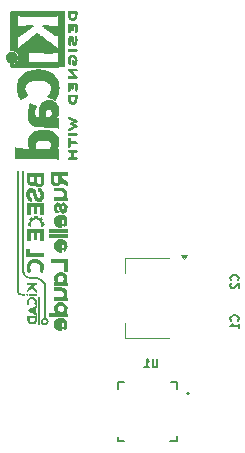
<source format=gbr>
%TF.GenerationSoftware,KiCad,Pcbnew,9.0.5*%
%TF.CreationDate,2025-10-26T01:34:21+08:00*%
%TF.ProjectId,KiCAD_Proj (ESP32),4b694341-445f-4507-926f-6a2028455350,rev?*%
%TF.SameCoordinates,Original*%
%TF.FileFunction,Legend,Bot*%
%TF.FilePolarity,Positive*%
%FSLAX46Y46*%
G04 Gerber Fmt 4.6, Leading zero omitted, Abs format (unit mm)*
G04 Created by KiCad (PCBNEW 9.0.5) date 2025-10-26 01:34:21*
%MOMM*%
%LPD*%
G01*
G04 APERTURE LIST*
%ADD10C,0.150000*%
%ADD11C,0.120000*%
%ADD12C,0.010000*%
%ADD13C,0.127000*%
%ADD14C,0.200000*%
%ADD15C,0.000000*%
G04 APERTURE END LIST*
D10*
X154962482Y-100975333D02*
X154995816Y-100942000D01*
X154995816Y-100942000D02*
X155029149Y-100842000D01*
X155029149Y-100842000D02*
X155029149Y-100775333D01*
X155029149Y-100775333D02*
X154995816Y-100675333D01*
X154995816Y-100675333D02*
X154929149Y-100608667D01*
X154929149Y-100608667D02*
X154862482Y-100575333D01*
X154862482Y-100575333D02*
X154729149Y-100542000D01*
X154729149Y-100542000D02*
X154629149Y-100542000D01*
X154629149Y-100542000D02*
X154495816Y-100575333D01*
X154495816Y-100575333D02*
X154429149Y-100608667D01*
X154429149Y-100608667D02*
X154362482Y-100675333D01*
X154362482Y-100675333D02*
X154329149Y-100775333D01*
X154329149Y-100775333D02*
X154329149Y-100842000D01*
X154329149Y-100842000D02*
X154362482Y-100942000D01*
X154362482Y-100942000D02*
X154395816Y-100975333D01*
X155029149Y-101642000D02*
X155029149Y-101242000D01*
X155029149Y-101442000D02*
X154329149Y-101442000D01*
X154329149Y-101442000D02*
X154429149Y-101375333D01*
X154429149Y-101375333D02*
X154495816Y-101308667D01*
X154495816Y-101308667D02*
X154529149Y-101242000D01*
X148157333Y-104243033D02*
X148157333Y-104809700D01*
X148157333Y-104809700D02*
X148124000Y-104876366D01*
X148124000Y-104876366D02*
X148090666Y-104909700D01*
X148090666Y-104909700D02*
X148024000Y-104943033D01*
X148024000Y-104943033D02*
X147890666Y-104943033D01*
X147890666Y-104943033D02*
X147824000Y-104909700D01*
X147824000Y-104909700D02*
X147790666Y-104876366D01*
X147790666Y-104876366D02*
X147757333Y-104809700D01*
X147757333Y-104809700D02*
X147757333Y-104243033D01*
X147057333Y-104943033D02*
X147457333Y-104943033D01*
X147257333Y-104943033D02*
X147257333Y-104243033D01*
X147257333Y-104243033D02*
X147324000Y-104343033D01*
X147324000Y-104343033D02*
X147390667Y-104409700D01*
X147390667Y-104409700D02*
X147457333Y-104443033D01*
X154962482Y-97546333D02*
X154995816Y-97513000D01*
X154995816Y-97513000D02*
X155029149Y-97413000D01*
X155029149Y-97413000D02*
X155029149Y-97346333D01*
X155029149Y-97346333D02*
X154995816Y-97246333D01*
X154995816Y-97246333D02*
X154929149Y-97179667D01*
X154929149Y-97179667D02*
X154862482Y-97146333D01*
X154862482Y-97146333D02*
X154729149Y-97113000D01*
X154729149Y-97113000D02*
X154629149Y-97113000D01*
X154629149Y-97113000D02*
X154495816Y-97146333D01*
X154495816Y-97146333D02*
X154429149Y-97179667D01*
X154429149Y-97179667D02*
X154362482Y-97246333D01*
X154362482Y-97246333D02*
X154329149Y-97346333D01*
X154329149Y-97346333D02*
X154329149Y-97413000D01*
X154329149Y-97413000D02*
X154362482Y-97513000D01*
X154362482Y-97513000D02*
X154395816Y-97546333D01*
X154395816Y-97813000D02*
X154362482Y-97846333D01*
X154362482Y-97846333D02*
X154329149Y-97913000D01*
X154329149Y-97913000D02*
X154329149Y-98079667D01*
X154329149Y-98079667D02*
X154362482Y-98146333D01*
X154362482Y-98146333D02*
X154395816Y-98179667D01*
X154395816Y-98179667D02*
X154462482Y-98213000D01*
X154462482Y-98213000D02*
X154529149Y-98213000D01*
X154529149Y-98213000D02*
X154629149Y-98179667D01*
X154629149Y-98179667D02*
X155029149Y-97779667D01*
X155029149Y-97779667D02*
X155029149Y-98213000D01*
D11*
%TO.C,U2*%
X145389000Y-95650000D02*
X145389000Y-96910000D01*
X145389000Y-102470000D02*
X145389000Y-101210000D01*
X149149000Y-95650000D02*
X145389000Y-95650000D01*
X149149000Y-102470000D02*
X145389000Y-102470000D01*
X150429000Y-95750000D02*
X150189000Y-95420000D01*
X150669000Y-95420000D01*
X150429000Y-95750000D01*
G36*
X150429000Y-95750000D02*
G01*
X150189000Y-95420000D01*
X150669000Y-95420000D01*
X150429000Y-95750000D01*
G37*
D12*
%TO.C,REF\u002A\u002A*%
X141284264Y-85144873D02*
X141301739Y-85176233D01*
X141302575Y-85212034D01*
X141282082Y-85243472D01*
X141277416Y-85247348D01*
X141267949Y-85252814D01*
X141254267Y-85257021D01*
X141233748Y-85260133D01*
X141203768Y-85262313D01*
X141161704Y-85263724D01*
X141104932Y-85264529D01*
X141030830Y-85264893D01*
X140936773Y-85264978D01*
X140615227Y-85264978D01*
X140593647Y-85238327D01*
X140578877Y-85214614D01*
X140572067Y-85191600D01*
X140577949Y-85170594D01*
X140593647Y-85144873D01*
X140615227Y-85118222D01*
X141262684Y-85118222D01*
X141284264Y-85144873D01*
G36*
X141284264Y-85144873D02*
G01*
X141301739Y-85176233D01*
X141302575Y-85212034D01*
X141282082Y-85243472D01*
X141277416Y-85247348D01*
X141267949Y-85252814D01*
X141254267Y-85257021D01*
X141233748Y-85260133D01*
X141203768Y-85262313D01*
X141161704Y-85263724D01*
X141104932Y-85264529D01*
X141030830Y-85264893D01*
X140936773Y-85264978D01*
X140615227Y-85264978D01*
X140593647Y-85238327D01*
X140578877Y-85214614D01*
X140572067Y-85191600D01*
X140577949Y-85170594D01*
X140593647Y-85144873D01*
X140615227Y-85118222D01*
X141262684Y-85118222D01*
X141284264Y-85144873D01*
G37*
X141024567Y-77978041D02*
X141098789Y-77978299D01*
X141155541Y-77978970D01*
X141197512Y-77980248D01*
X141227389Y-77982327D01*
X141247861Y-77985401D01*
X141261614Y-77989666D01*
X141271337Y-77995316D01*
X141279717Y-78002545D01*
X141301181Y-78034009D01*
X141302947Y-78069174D01*
X141283267Y-78102178D01*
X141277398Y-78107484D01*
X141268314Y-78112934D01*
X141254973Y-78117100D01*
X141234757Y-78120154D01*
X141205049Y-78122268D01*
X141163232Y-78123614D01*
X141106689Y-78124362D01*
X141032802Y-78124686D01*
X140938956Y-78124755D01*
X140863294Y-78124716D01*
X140785385Y-78124461D01*
X140725375Y-78123817D01*
X140680648Y-78122613D01*
X140648585Y-78120676D01*
X140626571Y-78117836D01*
X140611987Y-78113921D01*
X140602218Y-78108758D01*
X140594645Y-78102178D01*
X140575623Y-78072994D01*
X140576463Y-78039863D01*
X140599776Y-78005709D01*
X140627485Y-77978000D01*
X140940537Y-77978000D01*
X141024567Y-77978041D01*
G36*
X141024567Y-77978041D02*
G01*
X141098789Y-77978299D01*
X141155541Y-77978970D01*
X141197512Y-77980248D01*
X141227389Y-77982327D01*
X141247861Y-77985401D01*
X141261614Y-77989666D01*
X141271337Y-77995316D01*
X141279717Y-78002545D01*
X141301181Y-78034009D01*
X141302947Y-78069174D01*
X141283267Y-78102178D01*
X141277398Y-78107484D01*
X141268314Y-78112934D01*
X141254973Y-78117100D01*
X141234757Y-78120154D01*
X141205049Y-78122268D01*
X141163232Y-78123614D01*
X141106689Y-78124362D01*
X141032802Y-78124686D01*
X140938956Y-78124755D01*
X140863294Y-78124716D01*
X140785385Y-78124461D01*
X140725375Y-78123817D01*
X140680648Y-78122613D01*
X140648585Y-78120676D01*
X140626571Y-78117836D01*
X140611987Y-78113921D01*
X140602218Y-78108758D01*
X140594645Y-78102178D01*
X140575623Y-78072994D01*
X140576463Y-78039863D01*
X140599776Y-78005709D01*
X140627485Y-77978000D01*
X140940537Y-77978000D01*
X141024567Y-77978041D01*
G37*
X135837307Y-78221331D02*
X135878450Y-78223540D01*
X135910582Y-78229106D01*
X135941122Y-78239414D01*
X135977489Y-78255852D01*
X136004728Y-78269800D01*
X136090429Y-78328335D01*
X136159617Y-78400381D01*
X136210741Y-78484053D01*
X136242250Y-78577469D01*
X136249225Y-78610566D01*
X136256094Y-78651040D01*
X136257919Y-78684001D01*
X136254947Y-78718302D01*
X136247426Y-78762800D01*
X136235002Y-78814066D01*
X136197112Y-78904566D01*
X136142836Y-78983655D01*
X136074770Y-79049472D01*
X135995511Y-79100160D01*
X135907654Y-79133860D01*
X135813795Y-79148714D01*
X135716530Y-79142864D01*
X135620220Y-79116601D01*
X135531494Y-79071582D01*
X135456419Y-79010627D01*
X135396641Y-78935816D01*
X135353809Y-78849232D01*
X135329571Y-78752957D01*
X135325576Y-78649072D01*
X135335850Y-78571438D01*
X135363053Y-78488687D01*
X135408484Y-78413594D01*
X135474302Y-78341702D01*
X135518567Y-78303154D01*
X135576961Y-78263744D01*
X135637586Y-78238554D01*
X135706865Y-78225139D01*
X135791222Y-78221052D01*
X135837307Y-78221331D01*
G36*
X135837307Y-78221331D02*
G01*
X135878450Y-78223540D01*
X135910582Y-78229106D01*
X135941122Y-78239414D01*
X135977489Y-78255852D01*
X136004728Y-78269800D01*
X136090429Y-78328335D01*
X136159617Y-78400381D01*
X136210741Y-78484053D01*
X136242250Y-78577469D01*
X136249225Y-78610566D01*
X136256094Y-78651040D01*
X136257919Y-78684001D01*
X136254947Y-78718302D01*
X136247426Y-78762800D01*
X136235002Y-78814066D01*
X136197112Y-78904566D01*
X136142836Y-78983655D01*
X136074770Y-79049472D01*
X135995511Y-79100160D01*
X135907654Y-79133860D01*
X135813795Y-79148714D01*
X135716530Y-79142864D01*
X135620220Y-79116601D01*
X135531494Y-79071582D01*
X135456419Y-79010627D01*
X135396641Y-78935816D01*
X135353809Y-78849232D01*
X135329571Y-78752957D01*
X135325576Y-78649072D01*
X135335850Y-78571438D01*
X135363053Y-78488687D01*
X135408484Y-78413594D01*
X135474302Y-78341702D01*
X135518567Y-78303154D01*
X135576961Y-78263744D01*
X135637586Y-78238554D01*
X135706865Y-78225139D01*
X135791222Y-78221052D01*
X135837307Y-78221331D01*
G37*
X140698178Y-85515083D02*
X140699631Y-85516443D01*
X140707992Y-85527646D01*
X140713547Y-85544748D01*
X140716840Y-85571918D01*
X140718418Y-85613322D01*
X140718822Y-85673127D01*
X140718822Y-85812489D01*
X140982589Y-85812489D01*
X141058417Y-85812564D01*
X141125083Y-85812972D01*
X141174867Y-85813954D01*
X141210784Y-85815750D01*
X141235850Y-85818601D01*
X141253081Y-85822747D01*
X141265492Y-85828429D01*
X141276100Y-85835886D01*
X141278906Y-85838176D01*
X141301548Y-85869354D01*
X141303112Y-85903734D01*
X141283267Y-85936666D01*
X141275191Y-85943645D01*
X141264593Y-85949117D01*
X141248749Y-85953137D01*
X141224773Y-85955928D01*
X141189774Y-85957712D01*
X141140864Y-85958711D01*
X141075154Y-85959148D01*
X140989756Y-85959244D01*
X140718822Y-85959244D01*
X140718822Y-86105180D01*
X140718821Y-86116280D01*
X140718596Y-86172798D01*
X140717457Y-86211642D01*
X140714657Y-86237035D01*
X140709450Y-86253196D01*
X140701089Y-86264348D01*
X140688826Y-86274711D01*
X140658138Y-86290559D01*
X140624358Y-86287457D01*
X140591822Y-86261813D01*
X140588105Y-86256871D01*
X140583269Y-86246662D01*
X140579506Y-86231236D01*
X140576683Y-86208114D01*
X140574670Y-86174817D01*
X140573333Y-86128863D01*
X140572542Y-86067772D01*
X140572163Y-85989065D01*
X140572067Y-85890260D01*
X140572068Y-85870233D01*
X140572158Y-85776110D01*
X140572498Y-85701595D01*
X140573239Y-85644189D01*
X140574535Y-85601389D01*
X140576537Y-85570696D01*
X140579396Y-85549609D01*
X140583266Y-85535627D01*
X140588298Y-85526250D01*
X140594645Y-85518978D01*
X140627362Y-85500172D01*
X140664939Y-85498725D01*
X140698178Y-85515083D01*
G36*
X140698178Y-85515083D02*
G01*
X140699631Y-85516443D01*
X140707992Y-85527646D01*
X140713547Y-85544748D01*
X140716840Y-85571918D01*
X140718418Y-85613322D01*
X140718822Y-85673127D01*
X140718822Y-85812489D01*
X140982589Y-85812489D01*
X141058417Y-85812564D01*
X141125083Y-85812972D01*
X141174867Y-85813954D01*
X141210784Y-85815750D01*
X141235850Y-85818601D01*
X141253081Y-85822747D01*
X141265492Y-85828429D01*
X141276100Y-85835886D01*
X141278906Y-85838176D01*
X141301548Y-85869354D01*
X141303112Y-85903734D01*
X141283267Y-85936666D01*
X141275191Y-85943645D01*
X141264593Y-85949117D01*
X141248749Y-85953137D01*
X141224773Y-85955928D01*
X141189774Y-85957712D01*
X141140864Y-85958711D01*
X141075154Y-85959148D01*
X140989756Y-85959244D01*
X140718822Y-85959244D01*
X140718822Y-86105180D01*
X140718821Y-86116280D01*
X140718596Y-86172798D01*
X140717457Y-86211642D01*
X140714657Y-86237035D01*
X140709450Y-86253196D01*
X140701089Y-86264348D01*
X140688826Y-86274711D01*
X140658138Y-86290559D01*
X140624358Y-86287457D01*
X140591822Y-86261813D01*
X140588105Y-86256871D01*
X140583269Y-86246662D01*
X140579506Y-86231236D01*
X140576683Y-86208114D01*
X140574670Y-86174817D01*
X140573333Y-86128863D01*
X140572542Y-86067772D01*
X140572163Y-85989065D01*
X140572067Y-85890260D01*
X140572068Y-85870233D01*
X140572158Y-85776110D01*
X140572498Y-85701595D01*
X140573239Y-85644189D01*
X140574535Y-85601389D01*
X140576537Y-85570696D01*
X140579396Y-85549609D01*
X140583266Y-85535627D01*
X140588298Y-85526250D01*
X140594645Y-85518978D01*
X140627362Y-85500172D01*
X140664939Y-85498725D01*
X140698178Y-85515083D01*
G37*
X140980631Y-86522891D02*
X141097000Y-86523375D01*
X141111175Y-86523443D01*
X141172937Y-86524029D01*
X141216620Y-86525352D01*
X141246001Y-86527897D01*
X141264855Y-86532152D01*
X141276959Y-86538604D01*
X141286089Y-86547738D01*
X141303506Y-86581196D01*
X141300604Y-86616144D01*
X141276100Y-86647047D01*
X141262897Y-86656056D01*
X141244361Y-86663508D01*
X141218333Y-86667876D01*
X141179787Y-86669931D01*
X141123700Y-86670444D01*
X141001045Y-86670444D01*
X141001045Y-87167155D01*
X141135871Y-87167155D01*
X141171662Y-87167228D01*
X141217992Y-87167991D01*
X141248526Y-87170167D01*
X141267557Y-87174464D01*
X141279374Y-87181588D01*
X141288271Y-87192245D01*
X141303341Y-87224496D01*
X141300673Y-87259783D01*
X141276100Y-87290514D01*
X141269845Y-87295169D01*
X141259321Y-87301105D01*
X141245391Y-87305636D01*
X141225317Y-87308952D01*
X141196360Y-87311241D01*
X141155780Y-87312692D01*
X141100840Y-87313495D01*
X141028799Y-87313838D01*
X140936920Y-87313911D01*
X140627485Y-87313911D01*
X140599776Y-87286202D01*
X140577533Y-87254823D01*
X140574844Y-87221594D01*
X140594645Y-87189733D01*
X140604415Y-87181447D01*
X140620307Y-87174035D01*
X140644275Y-87169698D01*
X140681148Y-87167662D01*
X140735756Y-87167155D01*
X140854289Y-87167155D01*
X140854289Y-86670444D01*
X140738776Y-86670444D01*
X140687078Y-86670006D01*
X140652554Y-86668042D01*
X140629978Y-86663526D01*
X140614126Y-86655433D01*
X140599776Y-86642735D01*
X140577533Y-86611357D01*
X140574844Y-86578128D01*
X140594645Y-86546266D01*
X140600835Y-86540634D01*
X140609041Y-86535544D01*
X140620817Y-86531457D01*
X140638276Y-86528279D01*
X140663530Y-86525913D01*
X140698690Y-86524262D01*
X140745869Y-86523231D01*
X140807177Y-86522723D01*
X140884727Y-86522641D01*
X140980631Y-86522891D01*
G36*
X140980631Y-86522891D02*
G01*
X141097000Y-86523375D01*
X141111175Y-86523443D01*
X141172937Y-86524029D01*
X141216620Y-86525352D01*
X141246001Y-86527897D01*
X141264855Y-86532152D01*
X141276959Y-86538604D01*
X141286089Y-86547738D01*
X141303506Y-86581196D01*
X141300604Y-86616144D01*
X141276100Y-86647047D01*
X141262897Y-86656056D01*
X141244361Y-86663508D01*
X141218333Y-86667876D01*
X141179787Y-86669931D01*
X141123700Y-86670444D01*
X141001045Y-86670444D01*
X141001045Y-87167155D01*
X141135871Y-87167155D01*
X141171662Y-87167228D01*
X141217992Y-87167991D01*
X141248526Y-87170167D01*
X141267557Y-87174464D01*
X141279374Y-87181588D01*
X141288271Y-87192245D01*
X141303341Y-87224496D01*
X141300673Y-87259783D01*
X141276100Y-87290514D01*
X141269845Y-87295169D01*
X141259321Y-87301105D01*
X141245391Y-87305636D01*
X141225317Y-87308952D01*
X141196360Y-87311241D01*
X141155780Y-87312692D01*
X141100840Y-87313495D01*
X141028799Y-87313838D01*
X140936920Y-87313911D01*
X140627485Y-87313911D01*
X140599776Y-87286202D01*
X140577533Y-87254823D01*
X140574844Y-87221594D01*
X140594645Y-87189733D01*
X140604415Y-87181447D01*
X140620307Y-87174035D01*
X140644275Y-87169698D01*
X140681148Y-87167662D01*
X140735756Y-87167155D01*
X140854289Y-87167155D01*
X140854289Y-86670444D01*
X140738776Y-86670444D01*
X140687078Y-86670006D01*
X140652554Y-86668042D01*
X140629978Y-86663526D01*
X140614126Y-86655433D01*
X140599776Y-86642735D01*
X140577533Y-86611357D01*
X140574844Y-86578128D01*
X140594645Y-86546266D01*
X140600835Y-86540634D01*
X140609041Y-86535544D01*
X140620817Y-86531457D01*
X140638276Y-86528279D01*
X140663530Y-86525913D01*
X140698690Y-86524262D01*
X140745869Y-86523231D01*
X140807177Y-86522723D01*
X140884727Y-86522641D01*
X140980631Y-86522891D01*
G37*
X140998526Y-81838825D02*
X141077311Y-81839050D01*
X141138021Y-81839668D01*
X141159089Y-81840225D01*
X141183396Y-81840867D01*
X141216175Y-81842837D01*
X141239095Y-81845765D01*
X141254897Y-81849842D01*
X141266319Y-81855257D01*
X141276100Y-81862197D01*
X141305845Y-81885594D01*
X141305251Y-82051286D01*
X141304953Y-82086082D01*
X141301522Y-82184565D01*
X141293839Y-82265527D01*
X141281282Y-82332621D01*
X141263227Y-82389504D01*
X141239052Y-82439831D01*
X141237135Y-82443190D01*
X141200417Y-82501002D01*
X141163451Y-82543356D01*
X141119966Y-82576172D01*
X141063689Y-82605372D01*
X141054073Y-82609654D01*
X140990887Y-82632231D01*
X140935509Y-82639203D01*
X140880483Y-82630601D01*
X140818351Y-82606459D01*
X140816658Y-82605663D01*
X140747236Y-82565212D01*
X140690638Y-82514527D01*
X140646070Y-82451802D01*
X140612741Y-82375226D01*
X140589861Y-82282991D01*
X140576636Y-82173288D01*
X140572275Y-82044309D01*
X140572270Y-82040737D01*
X140572372Y-81996844D01*
X140718822Y-81996844D01*
X140719270Y-82084333D01*
X140721746Y-82151253D01*
X140732998Y-82243651D01*
X140752537Y-82322966D01*
X140779511Y-82384940D01*
X140800240Y-82415880D01*
X140830006Y-82444000D01*
X140872434Y-82467340D01*
X140888400Y-82474467D01*
X140920902Y-82486291D01*
X140945333Y-82488721D01*
X140970061Y-82483108D01*
X140985939Y-82477382D01*
X141045847Y-82444452D01*
X141091600Y-82397114D01*
X141124736Y-82333348D01*
X141146790Y-82251139D01*
X141147292Y-82248345D01*
X141153255Y-82202060D01*
X141157483Y-82145664D01*
X141159089Y-82090726D01*
X141159089Y-81996844D01*
X140718822Y-81996844D01*
X140572372Y-81996844D01*
X140572410Y-81980717D01*
X140573446Y-81938786D01*
X140576040Y-81910672D01*
X140580853Y-81892103D01*
X140588544Y-81878806D01*
X140599776Y-81866509D01*
X140627485Y-81838800D01*
X140936920Y-81838800D01*
X140998526Y-81838825D01*
G36*
X140998526Y-81838825D02*
G01*
X141077311Y-81839050D01*
X141138021Y-81839668D01*
X141159089Y-81840225D01*
X141183396Y-81840867D01*
X141216175Y-81842837D01*
X141239095Y-81845765D01*
X141254897Y-81849842D01*
X141266319Y-81855257D01*
X141276100Y-81862197D01*
X141305845Y-81885594D01*
X141305251Y-82051286D01*
X141304953Y-82086082D01*
X141301522Y-82184565D01*
X141293839Y-82265527D01*
X141281282Y-82332621D01*
X141263227Y-82389504D01*
X141239052Y-82439831D01*
X141237135Y-82443190D01*
X141200417Y-82501002D01*
X141163451Y-82543356D01*
X141119966Y-82576172D01*
X141063689Y-82605372D01*
X141054073Y-82609654D01*
X140990887Y-82632231D01*
X140935509Y-82639203D01*
X140880483Y-82630601D01*
X140818351Y-82606459D01*
X140816658Y-82605663D01*
X140747236Y-82565212D01*
X140690638Y-82514527D01*
X140646070Y-82451802D01*
X140612741Y-82375226D01*
X140589861Y-82282991D01*
X140576636Y-82173288D01*
X140572275Y-82044309D01*
X140572270Y-82040737D01*
X140572372Y-81996844D01*
X140718822Y-81996844D01*
X140719270Y-82084333D01*
X140721746Y-82151253D01*
X140732998Y-82243651D01*
X140752537Y-82322966D01*
X140779511Y-82384940D01*
X140800240Y-82415880D01*
X140830006Y-82444000D01*
X140872434Y-82467340D01*
X140888400Y-82474467D01*
X140920902Y-82486291D01*
X140945333Y-82488721D01*
X140970061Y-82483108D01*
X140985939Y-82477382D01*
X141045847Y-82444452D01*
X141091600Y-82397114D01*
X141124736Y-82333348D01*
X141146790Y-82251139D01*
X141147292Y-82248345D01*
X141153255Y-82202060D01*
X141157483Y-82145664D01*
X141159089Y-82090726D01*
X141159089Y-81996844D01*
X140718822Y-81996844D01*
X140572372Y-81996844D01*
X140572410Y-81980717D01*
X140573446Y-81938786D01*
X140576040Y-81910672D01*
X140580853Y-81892103D01*
X140588544Y-81878806D01*
X140599776Y-81866509D01*
X140627485Y-81838800D01*
X140936920Y-81838800D01*
X140998526Y-81838825D01*
G37*
X140938956Y-74749378D02*
X141014617Y-74749417D01*
X141092526Y-74749672D01*
X141152536Y-74750316D01*
X141197264Y-74751520D01*
X141229326Y-74753457D01*
X141251340Y-74756297D01*
X141265924Y-74760212D01*
X141275694Y-74765374D01*
X141283267Y-74771955D01*
X141289501Y-74778923D01*
X141296801Y-74791921D01*
X141301554Y-74811069D01*
X141304292Y-74840472D01*
X141305545Y-74884238D01*
X141305845Y-74946472D01*
X141305469Y-74995418D01*
X141301041Y-75102278D01*
X141290953Y-75191506D01*
X141274365Y-75266304D01*
X141250435Y-75329875D01*
X141218321Y-75385421D01*
X141177182Y-75436146D01*
X141171330Y-75442134D01*
X141122821Y-75479001D01*
X141062013Y-75510101D01*
X140997769Y-75531583D01*
X140938956Y-75539600D01*
X140917739Y-75538321D01*
X140860323Y-75526009D01*
X140800413Y-75503480D01*
X140746363Y-75474250D01*
X140706532Y-75441833D01*
X140689510Y-75422292D01*
X140650322Y-75367580D01*
X140620193Y-75307277D01*
X140598232Y-75238081D01*
X140583550Y-75156689D01*
X140575259Y-75059800D01*
X140573148Y-74972333D01*
X140718808Y-74972333D01*
X140718817Y-74975361D01*
X140720782Y-75026481D01*
X140725507Y-75086584D01*
X140732035Y-75143292D01*
X140741331Y-75193250D01*
X140767600Y-75268002D01*
X140806899Y-75325511D01*
X140859933Y-75367012D01*
X140911200Y-75388229D01*
X140959026Y-75389647D01*
X141009961Y-75371365D01*
X141055878Y-75341695D01*
X141098287Y-75294998D01*
X141128090Y-75233608D01*
X141147226Y-75154462D01*
X141147464Y-75152972D01*
X141153256Y-75104001D01*
X141157396Y-75045307D01*
X141159004Y-74989266D01*
X141159089Y-74896133D01*
X140718822Y-74896133D01*
X140718808Y-74972333D01*
X140573148Y-74972333D01*
X140572467Y-74944111D01*
X140572066Y-74904629D01*
X140571653Y-74858918D01*
X140573457Y-74823117D01*
X140579739Y-74796026D01*
X140592759Y-74776444D01*
X140614778Y-74763170D01*
X140648055Y-74755002D01*
X140694851Y-74750740D01*
X140718822Y-74750143D01*
X140757427Y-74749183D01*
X140838041Y-74749130D01*
X140938956Y-74749378D01*
G36*
X140938956Y-74749378D02*
G01*
X141014617Y-74749417D01*
X141092526Y-74749672D01*
X141152536Y-74750316D01*
X141197264Y-74751520D01*
X141229326Y-74753457D01*
X141251340Y-74756297D01*
X141265924Y-74760212D01*
X141275694Y-74765374D01*
X141283267Y-74771955D01*
X141289501Y-74778923D01*
X141296801Y-74791921D01*
X141301554Y-74811069D01*
X141304292Y-74840472D01*
X141305545Y-74884238D01*
X141305845Y-74946472D01*
X141305469Y-74995418D01*
X141301041Y-75102278D01*
X141290953Y-75191506D01*
X141274365Y-75266304D01*
X141250435Y-75329875D01*
X141218321Y-75385421D01*
X141177182Y-75436146D01*
X141171330Y-75442134D01*
X141122821Y-75479001D01*
X141062013Y-75510101D01*
X140997769Y-75531583D01*
X140938956Y-75539600D01*
X140917739Y-75538321D01*
X140860323Y-75526009D01*
X140800413Y-75503480D01*
X140746363Y-75474250D01*
X140706532Y-75441833D01*
X140689510Y-75422292D01*
X140650322Y-75367580D01*
X140620193Y-75307277D01*
X140598232Y-75238081D01*
X140583550Y-75156689D01*
X140575259Y-75059800D01*
X140573148Y-74972333D01*
X140718808Y-74972333D01*
X140718817Y-74975361D01*
X140720782Y-75026481D01*
X140725507Y-75086584D01*
X140732035Y-75143292D01*
X140741331Y-75193250D01*
X140767600Y-75268002D01*
X140806899Y-75325511D01*
X140859933Y-75367012D01*
X140911200Y-75388229D01*
X140959026Y-75389647D01*
X141009961Y-75371365D01*
X141055878Y-75341695D01*
X141098287Y-75294998D01*
X141128090Y-75233608D01*
X141147226Y-75154462D01*
X141147464Y-75152972D01*
X141153256Y-75104001D01*
X141157396Y-75045307D01*
X141159004Y-74989266D01*
X141159089Y-74896133D01*
X140718822Y-74896133D01*
X140718808Y-74972333D01*
X140573148Y-74972333D01*
X140572467Y-74944111D01*
X140572066Y-74904629D01*
X140571653Y-74858918D01*
X140573457Y-74823117D01*
X140579739Y-74796026D01*
X140592759Y-74776444D01*
X140614778Y-74763170D01*
X140648055Y-74755002D01*
X140694851Y-74750740D01*
X140718822Y-74750143D01*
X140757427Y-74749183D01*
X140838041Y-74749130D01*
X140938956Y-74749378D01*
G37*
X140997486Y-79637489D02*
X141076573Y-79637708D01*
X141137516Y-79638317D01*
X141183062Y-79639508D01*
X141215963Y-79641471D01*
X141238968Y-79644397D01*
X141254826Y-79648477D01*
X141266286Y-79653903D01*
X141276100Y-79660864D01*
X141300493Y-79691292D01*
X141303372Y-79726235D01*
X141284282Y-79763216D01*
X141280807Y-79767400D01*
X141272279Y-79775576D01*
X141260728Y-79781636D01*
X141242896Y-79786019D01*
X141215524Y-79789161D01*
X141175354Y-79791498D01*
X141119128Y-79793469D01*
X141043589Y-79795511D01*
X140824458Y-79801155D01*
X141065099Y-80066444D01*
X141131875Y-80140278D01*
X141189991Y-80205458D01*
X141234949Y-80257652D01*
X141267871Y-80298727D01*
X141289879Y-80330545D01*
X141302094Y-80354974D01*
X141305639Y-80373876D01*
X141301636Y-80389117D01*
X141291207Y-80402561D01*
X141275474Y-80416073D01*
X141266991Y-80422318D01*
X141256413Y-80427950D01*
X141242255Y-80432161D01*
X141221803Y-80435113D01*
X141192342Y-80436968D01*
X141151161Y-80437887D01*
X141095544Y-80438032D01*
X141022779Y-80437565D01*
X140930151Y-80436648D01*
X140615199Y-80433333D01*
X140593633Y-80406682D01*
X140577441Y-80380617D01*
X140574670Y-80347759D01*
X140593623Y-80313228D01*
X140597208Y-80308916D01*
X140605737Y-80300784D01*
X140617329Y-80294755D01*
X140635235Y-80290394D01*
X140662706Y-80287266D01*
X140702994Y-80284937D01*
X140759351Y-80282971D01*
X140835029Y-80280933D01*
X141054878Y-80275289D01*
X140891084Y-80094666D01*
X140812451Y-80007928D01*
X140744058Y-79932157D01*
X140688708Y-79870020D01*
X140645338Y-79819922D01*
X140612881Y-79780265D01*
X140590273Y-79749452D01*
X140576448Y-79725886D01*
X140570343Y-79707970D01*
X140570892Y-79694107D01*
X140577029Y-79682699D01*
X140587691Y-79672150D01*
X140601811Y-79660864D01*
X140607772Y-79656411D01*
X140618268Y-79650412D01*
X140632093Y-79645833D01*
X140651998Y-79642481D01*
X140680732Y-79640167D01*
X140721045Y-79638699D01*
X140775687Y-79637887D01*
X140847407Y-79637540D01*
X140938956Y-79637466D01*
X140997486Y-79637489D01*
G36*
X140997486Y-79637489D02*
G01*
X141076573Y-79637708D01*
X141137516Y-79638317D01*
X141183062Y-79639508D01*
X141215963Y-79641471D01*
X141238968Y-79644397D01*
X141254826Y-79648477D01*
X141266286Y-79653903D01*
X141276100Y-79660864D01*
X141300493Y-79691292D01*
X141303372Y-79726235D01*
X141284282Y-79763216D01*
X141280807Y-79767400D01*
X141272279Y-79775576D01*
X141260728Y-79781636D01*
X141242896Y-79786019D01*
X141215524Y-79789161D01*
X141175354Y-79791498D01*
X141119128Y-79793469D01*
X141043589Y-79795511D01*
X140824458Y-79801155D01*
X141065099Y-80066444D01*
X141131875Y-80140278D01*
X141189991Y-80205458D01*
X141234949Y-80257652D01*
X141267871Y-80298727D01*
X141289879Y-80330545D01*
X141302094Y-80354974D01*
X141305639Y-80373876D01*
X141301636Y-80389117D01*
X141291207Y-80402561D01*
X141275474Y-80416073D01*
X141266991Y-80422318D01*
X141256413Y-80427950D01*
X141242255Y-80432161D01*
X141221803Y-80435113D01*
X141192342Y-80436968D01*
X141151161Y-80437887D01*
X141095544Y-80438032D01*
X141022779Y-80437565D01*
X140930151Y-80436648D01*
X140615199Y-80433333D01*
X140593633Y-80406682D01*
X140577441Y-80380617D01*
X140574670Y-80347759D01*
X140593623Y-80313228D01*
X140597208Y-80308916D01*
X140605737Y-80300784D01*
X140617329Y-80294755D01*
X140635235Y-80290394D01*
X140662706Y-80287266D01*
X140702994Y-80284937D01*
X140759351Y-80282971D01*
X140835029Y-80280933D01*
X141054878Y-80275289D01*
X140891084Y-80094666D01*
X140812451Y-80007928D01*
X140744058Y-79932157D01*
X140688708Y-79870020D01*
X140645338Y-79819922D01*
X140612881Y-79780265D01*
X140590273Y-79749452D01*
X140576448Y-79725886D01*
X140570343Y-79707970D01*
X140570892Y-79694107D01*
X140577029Y-79682699D01*
X140587691Y-79672150D01*
X140601811Y-79660864D01*
X140607772Y-79656411D01*
X140618268Y-79650412D01*
X140632093Y-79645833D01*
X140651998Y-79642481D01*
X140680732Y-79640167D01*
X140721045Y-79638699D01*
X140775687Y-79637887D01*
X140847407Y-79637540D01*
X140938956Y-79637466D01*
X140997486Y-79637489D01*
G37*
X140957259Y-78453702D02*
X141008592Y-78466643D01*
X141065118Y-78489806D01*
X141119035Y-78519698D01*
X141162539Y-78552827D01*
X141172887Y-78563023D01*
X141224662Y-78630108D01*
X141264554Y-78710234D01*
X141288956Y-78796444D01*
X141297068Y-78851408D01*
X141303673Y-78944861D01*
X141301586Y-79034642D01*
X141291340Y-79117131D01*
X141273470Y-79188714D01*
X141248508Y-79245772D01*
X141216988Y-79284689D01*
X141215012Y-79286064D01*
X141189786Y-79293152D01*
X141142535Y-79297391D01*
X141073071Y-79298800D01*
X141010838Y-79297940D01*
X140963456Y-79293220D01*
X140931353Y-79281530D01*
X140911800Y-79259761D01*
X140902070Y-79224802D01*
X140899433Y-79173544D01*
X140901161Y-79102877D01*
X140904173Y-79054257D01*
X140912366Y-79004061D01*
X140926419Y-78971567D01*
X140947654Y-78954108D01*
X140977394Y-78949017D01*
X140981936Y-78949123D01*
X141016730Y-78957825D01*
X141040147Y-78981835D01*
X141053347Y-79023100D01*
X141057489Y-79083569D01*
X141057489Y-79152044D01*
X141095841Y-79152044D01*
X141104976Y-79151994D01*
X141122227Y-79149773D01*
X141132521Y-79140506D01*
X141139459Y-79119125D01*
X141146641Y-79080564D01*
X141147575Y-79075090D01*
X141157478Y-78978140D01*
X141154559Y-78888148D01*
X141139829Y-78807240D01*
X141114299Y-78737541D01*
X141078978Y-78681176D01*
X141034879Y-78640271D01*
X140983012Y-78616949D01*
X140924388Y-78613337D01*
X140895494Y-78618855D01*
X140839604Y-78645539D01*
X140793945Y-78691727D01*
X140759108Y-78756709D01*
X140735690Y-78839771D01*
X140731241Y-78864445D01*
X140720742Y-78953774D01*
X140721971Y-79033581D01*
X140734906Y-79111674D01*
X140741696Y-79146817D01*
X140742713Y-79192255D01*
X140730182Y-79223570D01*
X140703395Y-79243723D01*
X140675148Y-79250107D01*
X140643924Y-79240621D01*
X140630499Y-79231292D01*
X140606967Y-79197057D01*
X140589095Y-79144435D01*
X140577599Y-79075919D01*
X140573192Y-78994000D01*
X140577179Y-78896850D01*
X140593494Y-78790843D01*
X140621545Y-78697031D01*
X140660452Y-78618235D01*
X140709334Y-78557281D01*
X140742195Y-78531211D01*
X140791394Y-78501703D01*
X140845252Y-78476432D01*
X140896419Y-78458782D01*
X140937544Y-78452142D01*
X140957259Y-78453702D01*
G36*
X140957259Y-78453702D02*
G01*
X141008592Y-78466643D01*
X141065118Y-78489806D01*
X141119035Y-78519698D01*
X141162539Y-78552827D01*
X141172887Y-78563023D01*
X141224662Y-78630108D01*
X141264554Y-78710234D01*
X141288956Y-78796444D01*
X141297068Y-78851408D01*
X141303673Y-78944861D01*
X141301586Y-79034642D01*
X141291340Y-79117131D01*
X141273470Y-79188714D01*
X141248508Y-79245772D01*
X141216988Y-79284689D01*
X141215012Y-79286064D01*
X141189786Y-79293152D01*
X141142535Y-79297391D01*
X141073071Y-79298800D01*
X141010838Y-79297940D01*
X140963456Y-79293220D01*
X140931353Y-79281530D01*
X140911800Y-79259761D01*
X140902070Y-79224802D01*
X140899433Y-79173544D01*
X140901161Y-79102877D01*
X140904173Y-79054257D01*
X140912366Y-79004061D01*
X140926419Y-78971567D01*
X140947654Y-78954108D01*
X140977394Y-78949017D01*
X140981936Y-78949123D01*
X141016730Y-78957825D01*
X141040147Y-78981835D01*
X141053347Y-79023100D01*
X141057489Y-79083569D01*
X141057489Y-79152044D01*
X141095841Y-79152044D01*
X141104976Y-79151994D01*
X141122227Y-79149773D01*
X141132521Y-79140506D01*
X141139459Y-79119125D01*
X141146641Y-79080564D01*
X141147575Y-79075090D01*
X141157478Y-78978140D01*
X141154559Y-78888148D01*
X141139829Y-78807240D01*
X141114299Y-78737541D01*
X141078978Y-78681176D01*
X141034879Y-78640271D01*
X140983012Y-78616949D01*
X140924388Y-78613337D01*
X140895494Y-78618855D01*
X140839604Y-78645539D01*
X140793945Y-78691727D01*
X140759108Y-78756709D01*
X140735690Y-78839771D01*
X140731241Y-78864445D01*
X140720742Y-78953774D01*
X140721971Y-79033581D01*
X140734906Y-79111674D01*
X140741696Y-79146817D01*
X140742713Y-79192255D01*
X140730182Y-79223570D01*
X140703395Y-79243723D01*
X140675148Y-79250107D01*
X140643924Y-79240621D01*
X140630499Y-79231292D01*
X140606967Y-79197057D01*
X140589095Y-79144435D01*
X140577599Y-79075919D01*
X140573192Y-78994000D01*
X140577179Y-78896850D01*
X140593494Y-78790843D01*
X140621545Y-78697031D01*
X140660452Y-78618235D01*
X140709334Y-78557281D01*
X140742195Y-78531211D01*
X140791394Y-78501703D01*
X140845252Y-78476432D01*
X140896419Y-78458782D01*
X140937544Y-78452142D01*
X140957259Y-78453702D01*
G37*
X141009911Y-80822829D02*
X141088228Y-80823061D01*
X141148496Y-80823681D01*
X141193393Y-80824874D01*
X141225602Y-80826821D01*
X141247800Y-80829706D01*
X141262669Y-80833712D01*
X141272889Y-80839021D01*
X141281138Y-80845817D01*
X141285795Y-80850332D01*
X141292282Y-80858562D01*
X141297194Y-80869922D01*
X141300749Y-80887190D01*
X141303167Y-80913145D01*
X141304667Y-80950564D01*
X141305467Y-81002227D01*
X141305787Y-81070911D01*
X141305845Y-81159394D01*
X141305838Y-81179069D01*
X141305572Y-81266094D01*
X141304806Y-81333746D01*
X141303392Y-81384701D01*
X141301180Y-81421633D01*
X141298022Y-81447217D01*
X141293769Y-81464129D01*
X141288271Y-81475043D01*
X141278285Y-81485536D01*
X141247168Y-81498797D01*
X141211280Y-81497614D01*
X141179733Y-81481450D01*
X141177457Y-81479261D01*
X141171189Y-81470573D01*
X141166523Y-81457231D01*
X141163227Y-81436248D01*
X141161068Y-81404637D01*
X141159814Y-81359410D01*
X141159231Y-81297580D01*
X141159089Y-81216161D01*
X141159089Y-80969555D01*
X141001045Y-80969555D01*
X141001045Y-81131994D01*
X141000964Y-81167662D01*
X141000167Y-81223432D01*
X140998162Y-81262570D01*
X140994521Y-81289024D01*
X140988812Y-81306741D01*
X140980607Y-81319671D01*
X140977423Y-81323314D01*
X140946448Y-81341722D01*
X140910112Y-81342356D01*
X140876493Y-81324817D01*
X140876424Y-81324755D01*
X140867798Y-81315084D01*
X140861742Y-81301791D01*
X140857811Y-81281083D01*
X140855556Y-81249172D01*
X140854531Y-81202266D01*
X140854289Y-81136576D01*
X140854289Y-80968429D01*
X140789378Y-80971814D01*
X140724467Y-80975200D01*
X140721414Y-81217277D01*
X140721086Y-81242293D01*
X140719606Y-81323913D01*
X140717222Y-81386232D01*
X140713227Y-81431846D01*
X140706913Y-81463348D01*
X140697574Y-81483333D01*
X140684503Y-81494396D01*
X140666992Y-81499131D01*
X140644335Y-81500133D01*
X140641970Y-81500127D01*
X140621939Y-81498973D01*
X140606146Y-81494176D01*
X140594090Y-81483368D01*
X140585267Y-81464183D01*
X140579175Y-81434255D01*
X140575311Y-81391217D01*
X140573174Y-81332701D01*
X140572260Y-81256343D01*
X140572067Y-81159774D01*
X140572067Y-80869594D01*
X140601811Y-80846197D01*
X140608495Y-80841248D01*
X140619066Y-80835404D01*
X140633153Y-80830943D01*
X140653478Y-80827679D01*
X140682765Y-80825426D01*
X140723737Y-80823998D01*
X140779117Y-80823208D01*
X140851628Y-80822871D01*
X140943994Y-80822800D01*
X141009911Y-80822829D01*
G36*
X141009911Y-80822829D02*
G01*
X141088228Y-80823061D01*
X141148496Y-80823681D01*
X141193393Y-80824874D01*
X141225602Y-80826821D01*
X141247800Y-80829706D01*
X141262669Y-80833712D01*
X141272889Y-80839021D01*
X141281138Y-80845817D01*
X141285795Y-80850332D01*
X141292282Y-80858562D01*
X141297194Y-80869922D01*
X141300749Y-80887190D01*
X141303167Y-80913145D01*
X141304667Y-80950564D01*
X141305467Y-81002227D01*
X141305787Y-81070911D01*
X141305845Y-81159394D01*
X141305838Y-81179069D01*
X141305572Y-81266094D01*
X141304806Y-81333746D01*
X141303392Y-81384701D01*
X141301180Y-81421633D01*
X141298022Y-81447217D01*
X141293769Y-81464129D01*
X141288271Y-81475043D01*
X141278285Y-81485536D01*
X141247168Y-81498797D01*
X141211280Y-81497614D01*
X141179733Y-81481450D01*
X141177457Y-81479261D01*
X141171189Y-81470573D01*
X141166523Y-81457231D01*
X141163227Y-81436248D01*
X141161068Y-81404637D01*
X141159814Y-81359410D01*
X141159231Y-81297580D01*
X141159089Y-81216161D01*
X141159089Y-80969555D01*
X141001045Y-80969555D01*
X141001045Y-81131994D01*
X141000964Y-81167662D01*
X141000167Y-81223432D01*
X140998162Y-81262570D01*
X140994521Y-81289024D01*
X140988812Y-81306741D01*
X140980607Y-81319671D01*
X140977423Y-81323314D01*
X140946448Y-81341722D01*
X140910112Y-81342356D01*
X140876493Y-81324817D01*
X140876424Y-81324755D01*
X140867798Y-81315084D01*
X140861742Y-81301791D01*
X140857811Y-81281083D01*
X140855556Y-81249172D01*
X140854531Y-81202266D01*
X140854289Y-81136576D01*
X140854289Y-80968429D01*
X140789378Y-80971814D01*
X140724467Y-80975200D01*
X140721414Y-81217277D01*
X140721086Y-81242293D01*
X140719606Y-81323913D01*
X140717222Y-81386232D01*
X140713227Y-81431846D01*
X140706913Y-81463348D01*
X140697574Y-81483333D01*
X140684503Y-81494396D01*
X140666992Y-81499131D01*
X140644335Y-81500133D01*
X140641970Y-81500127D01*
X140621939Y-81498973D01*
X140606146Y-81494176D01*
X140594090Y-81483368D01*
X140585267Y-81464183D01*
X140579175Y-81434255D01*
X140575311Y-81391217D01*
X140573174Y-81332701D01*
X140572260Y-81256343D01*
X140572067Y-81159774D01*
X140572067Y-80869594D01*
X140601811Y-80846197D01*
X140608495Y-80841248D01*
X140619066Y-80835404D01*
X140633153Y-80830943D01*
X140653478Y-80827679D01*
X140682765Y-80825426D01*
X140723737Y-80823998D01*
X140779117Y-80823208D01*
X140851628Y-80822871D01*
X140943994Y-80822800D01*
X141009911Y-80822829D01*
G37*
X141013713Y-75878303D02*
X141091889Y-75878552D01*
X141152103Y-75879188D01*
X141196982Y-75880385D01*
X141229152Y-75882316D01*
X141251239Y-75885154D01*
X141265870Y-75889073D01*
X141275670Y-75894245D01*
X141283267Y-75900844D01*
X141286444Y-75904178D01*
X141292554Y-75912700D01*
X141297229Y-75924702D01*
X141300659Y-75942913D01*
X141303036Y-75970060D01*
X141304552Y-76008871D01*
X141305398Y-76062076D01*
X141305765Y-76132402D01*
X141305845Y-76222578D01*
X141305833Y-76264686D01*
X141305651Y-76345833D01*
X141305098Y-76408325D01*
X141303982Y-76454891D01*
X141302113Y-76488259D01*
X141299298Y-76511156D01*
X141295346Y-76526312D01*
X141290066Y-76536454D01*
X141283267Y-76544311D01*
X141261667Y-76559037D01*
X141232467Y-76566889D01*
X141208560Y-76561390D01*
X141181667Y-76544311D01*
X141177059Y-76539332D01*
X141170772Y-76529557D01*
X141166146Y-76515441D01*
X141162930Y-76493946D01*
X141160870Y-76462032D01*
X141159712Y-76416658D01*
X141159202Y-76354787D01*
X141159089Y-76273378D01*
X141159089Y-76025022D01*
X141001045Y-76025022D01*
X141001045Y-76186199D01*
X141000899Y-76222017D01*
X140999176Y-76287641D01*
X140994741Y-76334882D01*
X140986637Y-76366617D01*
X140973906Y-76385723D01*
X140955592Y-76395077D01*
X140930738Y-76397555D01*
X140910482Y-76396758D01*
X140888656Y-76391506D01*
X140873304Y-76378712D01*
X140863309Y-76355372D01*
X140857553Y-76318483D01*
X140854919Y-76265041D01*
X140854289Y-76192042D01*
X140854289Y-76023895D01*
X140789378Y-76027281D01*
X140724467Y-76030666D01*
X140721418Y-76278383D01*
X140720539Y-76340974D01*
X140719095Y-76409435D01*
X140717164Y-76460339D01*
X140714514Y-76496592D01*
X140710910Y-76521099D01*
X140706121Y-76536765D01*
X140699913Y-76546494D01*
X140693510Y-76552509D01*
X140661828Y-76565518D01*
X140626142Y-76561957D01*
X140595084Y-76542182D01*
X140592161Y-76538931D01*
X140585810Y-76529951D01*
X140580957Y-76517847D01*
X140577403Y-76499841D01*
X140574946Y-76473153D01*
X140573385Y-76435003D01*
X140572518Y-76382614D01*
X140572146Y-76313206D01*
X140572067Y-76223999D01*
X140572083Y-76169266D01*
X140572275Y-76092169D01*
X140572860Y-76033223D01*
X140574051Y-75989636D01*
X140576064Y-75958617D01*
X140579112Y-75937375D01*
X140583409Y-75923118D01*
X140589172Y-75913055D01*
X140596612Y-75904394D01*
X140598293Y-75902609D01*
X140605832Y-75895365D01*
X140614850Y-75889723D01*
X140627984Y-75885483D01*
X140647872Y-75882444D01*
X140677151Y-75880406D01*
X140718458Y-75879170D01*
X140774431Y-75878535D01*
X140847707Y-75878300D01*
X140940923Y-75878266D01*
X141013713Y-75878303D01*
G36*
X141013713Y-75878303D02*
G01*
X141091889Y-75878552D01*
X141152103Y-75879188D01*
X141196982Y-75880385D01*
X141229152Y-75882316D01*
X141251239Y-75885154D01*
X141265870Y-75889073D01*
X141275670Y-75894245D01*
X141283267Y-75900844D01*
X141286444Y-75904178D01*
X141292554Y-75912700D01*
X141297229Y-75924702D01*
X141300659Y-75942913D01*
X141303036Y-75970060D01*
X141304552Y-76008871D01*
X141305398Y-76062076D01*
X141305765Y-76132402D01*
X141305845Y-76222578D01*
X141305833Y-76264686D01*
X141305651Y-76345833D01*
X141305098Y-76408325D01*
X141303982Y-76454891D01*
X141302113Y-76488259D01*
X141299298Y-76511156D01*
X141295346Y-76526312D01*
X141290066Y-76536454D01*
X141283267Y-76544311D01*
X141261667Y-76559037D01*
X141232467Y-76566889D01*
X141208560Y-76561390D01*
X141181667Y-76544311D01*
X141177059Y-76539332D01*
X141170772Y-76529557D01*
X141166146Y-76515441D01*
X141162930Y-76493946D01*
X141160870Y-76462032D01*
X141159712Y-76416658D01*
X141159202Y-76354787D01*
X141159089Y-76273378D01*
X141159089Y-76025022D01*
X141001045Y-76025022D01*
X141001045Y-76186199D01*
X141000899Y-76222017D01*
X140999176Y-76287641D01*
X140994741Y-76334882D01*
X140986637Y-76366617D01*
X140973906Y-76385723D01*
X140955592Y-76395077D01*
X140930738Y-76397555D01*
X140910482Y-76396758D01*
X140888656Y-76391506D01*
X140873304Y-76378712D01*
X140863309Y-76355372D01*
X140857553Y-76318483D01*
X140854919Y-76265041D01*
X140854289Y-76192042D01*
X140854289Y-76023895D01*
X140789378Y-76027281D01*
X140724467Y-76030666D01*
X140721418Y-76278383D01*
X140720539Y-76340974D01*
X140719095Y-76409435D01*
X140717164Y-76460339D01*
X140714514Y-76496592D01*
X140710910Y-76521099D01*
X140706121Y-76536765D01*
X140699913Y-76546494D01*
X140693510Y-76552509D01*
X140661828Y-76565518D01*
X140626142Y-76561957D01*
X140595084Y-76542182D01*
X140592161Y-76538931D01*
X140585810Y-76529951D01*
X140580957Y-76517847D01*
X140577403Y-76499841D01*
X140574946Y-76473153D01*
X140573385Y-76435003D01*
X140572518Y-76382614D01*
X140572146Y-76313206D01*
X140572067Y-76223999D01*
X140572083Y-76169266D01*
X140572275Y-76092169D01*
X140572860Y-76033223D01*
X140574051Y-75989636D01*
X140576064Y-75958617D01*
X140579112Y-75937375D01*
X140583409Y-75923118D01*
X140589172Y-75913055D01*
X140596612Y-75904394D01*
X140598293Y-75902609D01*
X140605832Y-75895365D01*
X140614850Y-75889723D01*
X140627984Y-75885483D01*
X140647872Y-75882444D01*
X140677151Y-75880406D01*
X140718458Y-75879170D01*
X140774431Y-75878535D01*
X140847707Y-75878300D01*
X140940923Y-75878266D01*
X141013713Y-75878303D01*
G37*
X140654915Y-83730772D02*
X140689481Y-83743636D01*
X140737826Y-83763395D01*
X140796825Y-83788619D01*
X140863355Y-83817881D01*
X140934291Y-83849750D01*
X141006507Y-83882799D01*
X141076880Y-83915599D01*
X141142285Y-83946720D01*
X141199597Y-83974735D01*
X141245692Y-83998214D01*
X141277446Y-84015728D01*
X141291733Y-84025849D01*
X141305102Y-84060257D01*
X141298741Y-84101954D01*
X141294044Y-84107319D01*
X141271893Y-84123148D01*
X141235132Y-84145350D01*
X141187415Y-84171767D01*
X141132393Y-84200240D01*
X140973150Y-84280014D01*
X141119742Y-84353201D01*
X141139032Y-84362897D01*
X141191380Y-84389875D01*
X141236170Y-84413904D01*
X141269154Y-84432668D01*
X141286089Y-84443854D01*
X141287332Y-84445000D01*
X141302619Y-84473121D01*
X141304302Y-84508183D01*
X141291733Y-84539224D01*
X141288884Y-84541650D01*
X141268259Y-84553910D01*
X141230708Y-84573648D01*
X141178880Y-84599552D01*
X141115423Y-84630315D01*
X141042985Y-84664625D01*
X140964216Y-84701175D01*
X140920093Y-84721415D01*
X140839365Y-84758188D01*
X140775687Y-84786645D01*
X140726752Y-84807669D01*
X140690257Y-84822146D01*
X140663895Y-84830961D01*
X140645361Y-84834996D01*
X140632352Y-84835138D01*
X140622561Y-84832270D01*
X140601678Y-84817613D01*
X140581377Y-84791010D01*
X140581035Y-84790255D01*
X140574034Y-84770665D01*
X140573504Y-84753210D01*
X140581478Y-84736298D01*
X140599989Y-84718337D01*
X140631071Y-84697737D01*
X140676756Y-84672905D01*
X140739078Y-84642250D01*
X140820071Y-84604180D01*
X140851454Y-84589546D01*
X140914638Y-84559797D01*
X140969244Y-84533703D01*
X141012290Y-84512708D01*
X141040793Y-84498261D01*
X141051770Y-84491809D01*
X141051189Y-84490450D01*
X141037242Y-84480458D01*
X141007704Y-84463167D01*
X140966087Y-84440570D01*
X140915903Y-84414662D01*
X140884414Y-84398689D01*
X140829061Y-84369739D01*
X140790044Y-84347251D01*
X140764566Y-84329035D01*
X140749831Y-84312904D01*
X140743042Y-84296670D01*
X140741400Y-84278143D01*
X140741875Y-84267640D01*
X140746082Y-84251524D01*
X140756946Y-84236210D01*
X140777219Y-84219612D01*
X140809654Y-84199643D01*
X140857004Y-84174217D01*
X140922022Y-84141248D01*
X140941277Y-84131515D01*
X140987946Y-84107057D01*
X141024109Y-84086822D01*
X141046497Y-84072689D01*
X141051845Y-84066540D01*
X141048573Y-84065173D01*
X141027664Y-84055798D01*
X140990725Y-84038938D01*
X140940874Y-84016021D01*
X140881226Y-83988480D01*
X140814898Y-83957745D01*
X140757677Y-83931030D01*
X140695688Y-83901407D01*
X140649949Y-83878336D01*
X140617908Y-83860357D01*
X140597014Y-83846010D01*
X140584718Y-83833834D01*
X140578466Y-83822368D01*
X140575574Y-83812958D01*
X140575425Y-83787853D01*
X140590768Y-83760710D01*
X140591753Y-83759410D01*
X140614388Y-83737326D01*
X140636613Y-83726277D01*
X140637253Y-83726231D01*
X140654915Y-83730772D01*
G36*
X140654915Y-83730772D02*
G01*
X140689481Y-83743636D01*
X140737826Y-83763395D01*
X140796825Y-83788619D01*
X140863355Y-83817881D01*
X140934291Y-83849750D01*
X141006507Y-83882799D01*
X141076880Y-83915599D01*
X141142285Y-83946720D01*
X141199597Y-83974735D01*
X141245692Y-83998214D01*
X141277446Y-84015728D01*
X141291733Y-84025849D01*
X141305102Y-84060257D01*
X141298741Y-84101954D01*
X141294044Y-84107319D01*
X141271893Y-84123148D01*
X141235132Y-84145350D01*
X141187415Y-84171767D01*
X141132393Y-84200240D01*
X140973150Y-84280014D01*
X141119742Y-84353201D01*
X141139032Y-84362897D01*
X141191380Y-84389875D01*
X141236170Y-84413904D01*
X141269154Y-84432668D01*
X141286089Y-84443854D01*
X141287332Y-84445000D01*
X141302619Y-84473121D01*
X141304302Y-84508183D01*
X141291733Y-84539224D01*
X141288884Y-84541650D01*
X141268259Y-84553910D01*
X141230708Y-84573648D01*
X141178880Y-84599552D01*
X141115423Y-84630315D01*
X141042985Y-84664625D01*
X140964216Y-84701175D01*
X140920093Y-84721415D01*
X140839365Y-84758188D01*
X140775687Y-84786645D01*
X140726752Y-84807669D01*
X140690257Y-84822146D01*
X140663895Y-84830961D01*
X140645361Y-84834996D01*
X140632352Y-84835138D01*
X140622561Y-84832270D01*
X140601678Y-84817613D01*
X140581377Y-84791010D01*
X140581035Y-84790255D01*
X140574034Y-84770665D01*
X140573504Y-84753210D01*
X140581478Y-84736298D01*
X140599989Y-84718337D01*
X140631071Y-84697737D01*
X140676756Y-84672905D01*
X140739078Y-84642250D01*
X140820071Y-84604180D01*
X140851454Y-84589546D01*
X140914638Y-84559797D01*
X140969244Y-84533703D01*
X141012290Y-84512708D01*
X141040793Y-84498261D01*
X141051770Y-84491809D01*
X141051189Y-84490450D01*
X141037242Y-84480458D01*
X141007704Y-84463167D01*
X140966087Y-84440570D01*
X140915903Y-84414662D01*
X140884414Y-84398689D01*
X140829061Y-84369739D01*
X140790044Y-84347251D01*
X140764566Y-84329035D01*
X140749831Y-84312904D01*
X140743042Y-84296670D01*
X140741400Y-84278143D01*
X140741875Y-84267640D01*
X140746082Y-84251524D01*
X140756946Y-84236210D01*
X140777219Y-84219612D01*
X140809654Y-84199643D01*
X140857004Y-84174217D01*
X140922022Y-84141248D01*
X140941277Y-84131515D01*
X140987946Y-84107057D01*
X141024109Y-84086822D01*
X141046497Y-84072689D01*
X141051845Y-84066540D01*
X141048573Y-84065173D01*
X141027664Y-84055798D01*
X140990725Y-84038938D01*
X140940874Y-84016021D01*
X140881226Y-83988480D01*
X140814898Y-83957745D01*
X140757677Y-83931030D01*
X140695688Y-83901407D01*
X140649949Y-83878336D01*
X140617908Y-83860357D01*
X140597014Y-83846010D01*
X140584718Y-83833834D01*
X140578466Y-83822368D01*
X140575574Y-83812958D01*
X140575425Y-83787853D01*
X140590768Y-83760710D01*
X140591753Y-83759410D01*
X140614388Y-83737326D01*
X140636613Y-83726277D01*
X140637253Y-83726231D01*
X140654915Y-83730772D01*
G37*
X140823232Y-76850048D02*
X140848029Y-76855840D01*
X140869699Y-76870647D01*
X140897049Y-76898620D01*
X140904378Y-76906598D01*
X140925281Y-76930308D01*
X140942251Y-76952702D01*
X140956205Y-76976735D01*
X140968056Y-77005363D01*
X140978720Y-77041540D01*
X140989111Y-77088220D01*
X141000146Y-77148359D01*
X141012738Y-77224910D01*
X141027804Y-77320829D01*
X141030838Y-77339192D01*
X141044458Y-77401522D01*
X141060192Y-77446740D01*
X141077263Y-77473024D01*
X141094897Y-77478553D01*
X141099168Y-77475932D01*
X141114233Y-77458000D01*
X141130867Y-77429874D01*
X141136857Y-77417074D01*
X141144050Y-77395776D01*
X141148827Y-77369390D01*
X141151646Y-77333546D01*
X141152964Y-77283872D01*
X141153237Y-77216000D01*
X141153164Y-77198215D01*
X141152053Y-77130594D01*
X141149828Y-77065655D01*
X141146762Y-77010030D01*
X141143127Y-76970349D01*
X141139059Y-76934838D01*
X141138276Y-76905585D01*
X141142876Y-76886685D01*
X141153551Y-76871571D01*
X141157144Y-76867915D01*
X141188918Y-76851573D01*
X141224572Y-76852893D01*
X141255190Y-76871850D01*
X141266796Y-76892220D01*
X141279491Y-76928204D01*
X141289541Y-76970628D01*
X141290140Y-76974078D01*
X141295356Y-77016748D01*
X141299730Y-77074134D01*
X141302818Y-77139151D01*
X141304177Y-77204711D01*
X141304218Y-77220943D01*
X141301741Y-77319256D01*
X141293735Y-77399308D01*
X141279203Y-77464487D01*
X141257149Y-77518183D01*
X141226576Y-77563784D01*
X141186486Y-77604677D01*
X141160259Y-77624798D01*
X141130712Y-77636424D01*
X141090995Y-77639333D01*
X141079026Y-77639192D01*
X141046345Y-77635319D01*
X141019819Y-77622935D01*
X140988971Y-77597770D01*
X140966831Y-77576558D01*
X140944285Y-77550162D01*
X140925917Y-77520445D01*
X140910661Y-77484215D01*
X140897449Y-77438283D01*
X140885214Y-77379456D01*
X140872889Y-77304544D01*
X140859406Y-77210355D01*
X140852396Y-77165043D01*
X140837837Y-77097089D01*
X140821337Y-77047953D01*
X140803439Y-77018386D01*
X140784685Y-77009136D01*
X140765615Y-77020952D01*
X140746771Y-77054584D01*
X140745557Y-77057630D01*
X140733479Y-77103989D01*
X140725279Y-77166639D01*
X140721119Y-77240073D01*
X140721161Y-77318783D01*
X140725569Y-77397261D01*
X140734505Y-77470000D01*
X140735154Y-77473927D01*
X140742861Y-77522743D01*
X140746473Y-77554995D01*
X140745876Y-77575992D01*
X140740954Y-77591046D01*
X140731596Y-77605466D01*
X140730725Y-77606636D01*
X140700351Y-77631153D01*
X140664850Y-77635946D01*
X140630269Y-77620140D01*
X140625813Y-77615594D01*
X140610673Y-77585980D01*
X140597550Y-77538998D01*
X140586750Y-77478694D01*
X140578581Y-77409112D01*
X140573351Y-77334297D01*
X140571367Y-77258294D01*
X140572936Y-77185147D01*
X140578366Y-77118900D01*
X140587964Y-77063600D01*
X140602825Y-77012717D01*
X140635958Y-76941405D01*
X140678640Y-76890248D01*
X140730705Y-76859425D01*
X140791983Y-76849111D01*
X140823232Y-76850048D01*
G36*
X140823232Y-76850048D02*
G01*
X140848029Y-76855840D01*
X140869699Y-76870647D01*
X140897049Y-76898620D01*
X140904378Y-76906598D01*
X140925281Y-76930308D01*
X140942251Y-76952702D01*
X140956205Y-76976735D01*
X140968056Y-77005363D01*
X140978720Y-77041540D01*
X140989111Y-77088220D01*
X141000146Y-77148359D01*
X141012738Y-77224910D01*
X141027804Y-77320829D01*
X141030838Y-77339192D01*
X141044458Y-77401522D01*
X141060192Y-77446740D01*
X141077263Y-77473024D01*
X141094897Y-77478553D01*
X141099168Y-77475932D01*
X141114233Y-77458000D01*
X141130867Y-77429874D01*
X141136857Y-77417074D01*
X141144050Y-77395776D01*
X141148827Y-77369390D01*
X141151646Y-77333546D01*
X141152964Y-77283872D01*
X141153237Y-77216000D01*
X141153164Y-77198215D01*
X141152053Y-77130594D01*
X141149828Y-77065655D01*
X141146762Y-77010030D01*
X141143127Y-76970349D01*
X141139059Y-76934838D01*
X141138276Y-76905585D01*
X141142876Y-76886685D01*
X141153551Y-76871571D01*
X141157144Y-76867915D01*
X141188918Y-76851573D01*
X141224572Y-76852893D01*
X141255190Y-76871850D01*
X141266796Y-76892220D01*
X141279491Y-76928204D01*
X141289541Y-76970628D01*
X141290140Y-76974078D01*
X141295356Y-77016748D01*
X141299730Y-77074134D01*
X141302818Y-77139151D01*
X141304177Y-77204711D01*
X141304218Y-77220943D01*
X141301741Y-77319256D01*
X141293735Y-77399308D01*
X141279203Y-77464487D01*
X141257149Y-77518183D01*
X141226576Y-77563784D01*
X141186486Y-77604677D01*
X141160259Y-77624798D01*
X141130712Y-77636424D01*
X141090995Y-77639333D01*
X141079026Y-77639192D01*
X141046345Y-77635319D01*
X141019819Y-77622935D01*
X140988971Y-77597770D01*
X140966831Y-77576558D01*
X140944285Y-77550162D01*
X140925917Y-77520445D01*
X140910661Y-77484215D01*
X140897449Y-77438283D01*
X140885214Y-77379456D01*
X140872889Y-77304544D01*
X140859406Y-77210355D01*
X140852396Y-77165043D01*
X140837837Y-77097089D01*
X140821337Y-77047953D01*
X140803439Y-77018386D01*
X140784685Y-77009136D01*
X140765615Y-77020952D01*
X140746771Y-77054584D01*
X140745557Y-77057630D01*
X140733479Y-77103989D01*
X140725279Y-77166639D01*
X140721119Y-77240073D01*
X140721161Y-77318783D01*
X140725569Y-77397261D01*
X140734505Y-77470000D01*
X140735154Y-77473927D01*
X140742861Y-77522743D01*
X140746473Y-77554995D01*
X140745876Y-77575992D01*
X140740954Y-77591046D01*
X140731596Y-77605466D01*
X140730725Y-77606636D01*
X140700351Y-77631153D01*
X140664850Y-77635946D01*
X140630269Y-77620140D01*
X140625813Y-77615594D01*
X140610673Y-77585980D01*
X140597550Y-77538998D01*
X140586750Y-77478694D01*
X140578581Y-77409112D01*
X140573351Y-77334297D01*
X140571367Y-77258294D01*
X140572936Y-77185147D01*
X140578366Y-77118900D01*
X140587964Y-77063600D01*
X140602825Y-77012717D01*
X140635958Y-76941405D01*
X140678640Y-76890248D01*
X140730705Y-76859425D01*
X140791983Y-76849111D01*
X140823232Y-76850048D01*
G37*
X138124325Y-79708449D02*
X138325581Y-79725209D01*
X138520128Y-79758708D01*
X138703756Y-79808956D01*
X138821053Y-79852810D01*
X138983951Y-79930652D01*
X139137866Y-80024172D01*
X139279671Y-80131178D01*
X139406239Y-80249481D01*
X139514441Y-80376889D01*
X139567120Y-80454394D01*
X139636750Y-80581275D01*
X139695468Y-80718757D01*
X139740587Y-80860284D01*
X139769422Y-80999298D01*
X139771106Y-81013403D01*
X139774434Y-81056847D01*
X139777275Y-81114277D01*
X139779373Y-81179878D01*
X139780468Y-81247833D01*
X139778140Y-81374622D01*
X139765136Y-81522327D01*
X139740133Y-81660221D01*
X139702318Y-81793986D01*
X139693889Y-81817438D01*
X139674408Y-81865388D01*
X139649473Y-81921860D01*
X139620722Y-81983621D01*
X139589790Y-82047437D01*
X139558315Y-82110074D01*
X139527934Y-82168297D01*
X139500283Y-82218873D01*
X139476999Y-82258567D01*
X139459718Y-82284146D01*
X139450079Y-82292375D01*
X139446984Y-82290924D01*
X139427079Y-82279750D01*
X139391420Y-82258866D01*
X139342459Y-82229735D01*
X139282646Y-82193819D01*
X139214433Y-82152580D01*
X139140271Y-82107483D01*
X138843008Y-81926215D01*
X138887539Y-81879685D01*
X138965865Y-81788277D01*
X139040439Y-81674666D01*
X139094474Y-81556878D01*
X139127290Y-81436441D01*
X139138211Y-81314883D01*
X139136868Y-81273415D01*
X139118612Y-81155920D01*
X139079617Y-81045911D01*
X139020670Y-80944570D01*
X138942557Y-80853079D01*
X138846064Y-80772620D01*
X138731978Y-80704373D01*
X138697724Y-80688092D01*
X138574240Y-80642018D01*
X138435918Y-80606894D01*
X138286561Y-80582803D01*
X138129973Y-80569827D01*
X137969956Y-80568051D01*
X137810314Y-80577557D01*
X137654850Y-80598428D01*
X137507366Y-80630748D01*
X137371667Y-80674601D01*
X137285076Y-80712018D01*
X137171688Y-80776815D01*
X137078070Y-80852228D01*
X137003959Y-80938582D01*
X136949094Y-81036205D01*
X136913212Y-81145423D01*
X136896051Y-81266561D01*
X136894880Y-81335962D01*
X136909141Y-81458832D01*
X136944241Y-81574336D01*
X136999682Y-81681047D01*
X137074964Y-81777536D01*
X137089440Y-81793280D01*
X137115962Y-81823850D01*
X137133138Y-81846191D01*
X137137787Y-81856309D01*
X137135597Y-81858294D01*
X137116721Y-81872759D01*
X137083397Y-81896600D01*
X137038380Y-81927971D01*
X136984425Y-81965026D01*
X136924285Y-82005917D01*
X136860718Y-82048798D01*
X136796476Y-82091822D01*
X136734315Y-82133143D01*
X136676991Y-82170914D01*
X136627257Y-82203288D01*
X136587868Y-82228418D01*
X136561580Y-82244458D01*
X136551147Y-82249561D01*
X136546941Y-82244950D01*
X136541933Y-82225733D01*
X136539386Y-82216162D01*
X136528249Y-82188191D01*
X136509802Y-82146552D01*
X136485725Y-82095005D01*
X136457699Y-82037310D01*
X136452154Y-82026043D01*
X136372889Y-81848313D01*
X136313385Y-81678510D01*
X136273245Y-81514570D01*
X136252071Y-81354429D01*
X136249466Y-81196023D01*
X136265033Y-81037289D01*
X136282523Y-80941732D01*
X136327564Y-80777442D01*
X136390656Y-80623411D01*
X136472915Y-80477491D01*
X136575457Y-80337534D01*
X136699399Y-80201392D01*
X136744661Y-80157527D01*
X136876865Y-80045242D01*
X137014832Y-79952028D01*
X137162750Y-79875281D01*
X137324803Y-79812397D01*
X137336391Y-79808580D01*
X137522392Y-79758493D01*
X137718521Y-79725101D01*
X137920568Y-79708416D01*
X138124325Y-79708449D01*
G36*
X138124325Y-79708449D02*
G01*
X138325581Y-79725209D01*
X138520128Y-79758708D01*
X138703756Y-79808956D01*
X138821053Y-79852810D01*
X138983951Y-79930652D01*
X139137866Y-80024172D01*
X139279671Y-80131178D01*
X139406239Y-80249481D01*
X139514441Y-80376889D01*
X139567120Y-80454394D01*
X139636750Y-80581275D01*
X139695468Y-80718757D01*
X139740587Y-80860284D01*
X139769422Y-80999298D01*
X139771106Y-81013403D01*
X139774434Y-81056847D01*
X139777275Y-81114277D01*
X139779373Y-81179878D01*
X139780468Y-81247833D01*
X139778140Y-81374622D01*
X139765136Y-81522327D01*
X139740133Y-81660221D01*
X139702318Y-81793986D01*
X139693889Y-81817438D01*
X139674408Y-81865388D01*
X139649473Y-81921860D01*
X139620722Y-81983621D01*
X139589790Y-82047437D01*
X139558315Y-82110074D01*
X139527934Y-82168297D01*
X139500283Y-82218873D01*
X139476999Y-82258567D01*
X139459718Y-82284146D01*
X139450079Y-82292375D01*
X139446984Y-82290924D01*
X139427079Y-82279750D01*
X139391420Y-82258866D01*
X139342459Y-82229735D01*
X139282646Y-82193819D01*
X139214433Y-82152580D01*
X139140271Y-82107483D01*
X138843008Y-81926215D01*
X138887539Y-81879685D01*
X138965865Y-81788277D01*
X139040439Y-81674666D01*
X139094474Y-81556878D01*
X139127290Y-81436441D01*
X139138211Y-81314883D01*
X139136868Y-81273415D01*
X139118612Y-81155920D01*
X139079617Y-81045911D01*
X139020670Y-80944570D01*
X138942557Y-80853079D01*
X138846064Y-80772620D01*
X138731978Y-80704373D01*
X138697724Y-80688092D01*
X138574240Y-80642018D01*
X138435918Y-80606894D01*
X138286561Y-80582803D01*
X138129973Y-80569827D01*
X137969956Y-80568051D01*
X137810314Y-80577557D01*
X137654850Y-80598428D01*
X137507366Y-80630748D01*
X137371667Y-80674601D01*
X137285076Y-80712018D01*
X137171688Y-80776815D01*
X137078070Y-80852228D01*
X137003959Y-80938582D01*
X136949094Y-81036205D01*
X136913212Y-81145423D01*
X136896051Y-81266561D01*
X136894880Y-81335962D01*
X136909141Y-81458832D01*
X136944241Y-81574336D01*
X136999682Y-81681047D01*
X137074964Y-81777536D01*
X137089440Y-81793280D01*
X137115962Y-81823850D01*
X137133138Y-81846191D01*
X137137787Y-81856309D01*
X137135597Y-81858294D01*
X137116721Y-81872759D01*
X137083397Y-81896600D01*
X137038380Y-81927971D01*
X136984425Y-81965026D01*
X136924285Y-82005917D01*
X136860718Y-82048798D01*
X136796476Y-82091822D01*
X136734315Y-82133143D01*
X136676991Y-82170914D01*
X136627257Y-82203288D01*
X136587868Y-82228418D01*
X136561580Y-82244458D01*
X136551147Y-82249561D01*
X136546941Y-82244950D01*
X136541933Y-82225733D01*
X136539386Y-82216162D01*
X136528249Y-82188191D01*
X136509802Y-82146552D01*
X136485725Y-82095005D01*
X136457699Y-82037310D01*
X136452154Y-82026043D01*
X136372889Y-81848313D01*
X136313385Y-81678510D01*
X136273245Y-81514570D01*
X136252071Y-81354429D01*
X136249466Y-81196023D01*
X136265033Y-81037289D01*
X136282523Y-80941732D01*
X136327564Y-80777442D01*
X136390656Y-80623411D01*
X136472915Y-80477491D01*
X136575457Y-80337534D01*
X136699399Y-80201392D01*
X136744661Y-80157527D01*
X136876865Y-80045242D01*
X137014832Y-79952028D01*
X137162750Y-79875281D01*
X137324803Y-79812397D01*
X137336391Y-79808580D01*
X137522392Y-79758493D01*
X137718521Y-79725101D01*
X137920568Y-79708416D01*
X138124325Y-79708449D01*
G37*
X138623158Y-84840732D02*
X138774594Y-84849311D01*
X138911283Y-84868167D01*
X139037276Y-84898163D01*
X139156625Y-84940164D01*
X139273381Y-84995031D01*
X139384179Y-85061833D01*
X139497739Y-85152637D01*
X139593211Y-85256292D01*
X139670073Y-85372113D01*
X139727797Y-85499414D01*
X139765858Y-85637511D01*
X139771666Y-85675207D01*
X139777396Y-85754248D01*
X139777583Y-85842371D01*
X139772539Y-85931764D01*
X139762578Y-86014616D01*
X139748012Y-86083113D01*
X139738364Y-86113965D01*
X139708123Y-86191270D01*
X139670617Y-86268321D01*
X139629614Y-86337800D01*
X139588879Y-86392385D01*
X139569505Y-86415084D01*
X139551662Y-86437799D01*
X139544778Y-86449221D01*
X139546424Y-86450463D01*
X139564205Y-86453272D01*
X139597370Y-86455224D01*
X139640733Y-86455955D01*
X139736689Y-86455955D01*
X139736689Y-87314104D01*
X139675974Y-87279839D01*
X139666868Y-87274645D01*
X139652249Y-87266285D01*
X139638173Y-87258712D01*
X139623540Y-87251888D01*
X139607249Y-87245773D01*
X139588198Y-87240327D01*
X139565286Y-87235513D01*
X139537413Y-87231292D01*
X139503478Y-87227623D01*
X139462379Y-87224469D01*
X139413015Y-87221789D01*
X139354286Y-87219546D01*
X139285090Y-87217701D01*
X139204326Y-87216213D01*
X139110894Y-87215045D01*
X139003692Y-87214156D01*
X138881620Y-87213509D01*
X138743576Y-87213064D01*
X138588459Y-87212782D01*
X138415168Y-87212625D01*
X138222603Y-87212552D01*
X138009662Y-87212526D01*
X137775245Y-87212507D01*
X136090378Y-87212311D01*
X136090378Y-86306983D01*
X136127067Y-86331415D01*
X136136647Y-86337682D01*
X136182981Y-86363792D01*
X136230102Y-86381531D01*
X136285251Y-86393092D01*
X136355667Y-86400669D01*
X136362650Y-86401161D01*
X136400641Y-86402938D01*
X136454576Y-86404556D01*
X136521703Y-86406001D01*
X136599271Y-86407260D01*
X136684528Y-86408320D01*
X136774724Y-86409171D01*
X136867107Y-86409797D01*
X136958925Y-86410188D01*
X137047427Y-86410330D01*
X137129862Y-86410210D01*
X137203479Y-86409817D01*
X137265526Y-86409138D01*
X137313251Y-86408159D01*
X137343904Y-86406868D01*
X137354733Y-86405253D01*
X137350333Y-86397043D01*
X137335362Y-86375353D01*
X137313448Y-86345986D01*
X137279236Y-86297121D01*
X137232714Y-86208875D01*
X137199046Y-86110084D01*
X137196231Y-86095557D01*
X137750465Y-86095557D01*
X137762389Y-86180681D01*
X137789040Y-86264867D01*
X137829962Y-86343392D01*
X137873530Y-86410800D01*
X139023721Y-86410800D01*
X139070089Y-86340244D01*
X139093791Y-86299583D01*
X139119639Y-86245454D01*
X139137829Y-86196311D01*
X139153551Y-86132835D01*
X139164541Y-86036669D01*
X139156365Y-85952100D01*
X139128805Y-85878781D01*
X139081642Y-85816363D01*
X139014658Y-85764498D01*
X138927633Y-85722840D01*
X138820350Y-85691038D01*
X138808009Y-85688455D01*
X138746772Y-85680000D01*
X138669692Y-85674337D01*
X138582002Y-85671424D01*
X138488934Y-85671217D01*
X138395720Y-85673670D01*
X138307594Y-85678739D01*
X138229788Y-85686381D01*
X138167533Y-85696552D01*
X138161666Y-85697833D01*
X138051121Y-85726874D01*
X137960575Y-85761390D01*
X137887953Y-85802544D01*
X137831181Y-85851501D01*
X137788184Y-85909426D01*
X137772615Y-85941380D01*
X137753722Y-86014216D01*
X137750465Y-86095557D01*
X137196231Y-86095557D01*
X137177231Y-85997490D01*
X137166265Y-85867836D01*
X137165219Y-85775330D01*
X137175014Y-85653989D01*
X137199174Y-85543901D01*
X137238785Y-85440611D01*
X137294932Y-85339662D01*
X137325883Y-85294497D01*
X137417115Y-85189089D01*
X137526106Y-85097462D01*
X137652726Y-85019668D01*
X137796845Y-84955759D01*
X137958332Y-84905786D01*
X138137059Y-84869802D01*
X138332895Y-84847857D01*
X138488934Y-84842100D01*
X138545711Y-84840006D01*
X138623158Y-84840732D01*
G36*
X138623158Y-84840732D02*
G01*
X138774594Y-84849311D01*
X138911283Y-84868167D01*
X139037276Y-84898163D01*
X139156625Y-84940164D01*
X139273381Y-84995031D01*
X139384179Y-85061833D01*
X139497739Y-85152637D01*
X139593211Y-85256292D01*
X139670073Y-85372113D01*
X139727797Y-85499414D01*
X139765858Y-85637511D01*
X139771666Y-85675207D01*
X139777396Y-85754248D01*
X139777583Y-85842371D01*
X139772539Y-85931764D01*
X139762578Y-86014616D01*
X139748012Y-86083113D01*
X139738364Y-86113965D01*
X139708123Y-86191270D01*
X139670617Y-86268321D01*
X139629614Y-86337800D01*
X139588879Y-86392385D01*
X139569505Y-86415084D01*
X139551662Y-86437799D01*
X139544778Y-86449221D01*
X139546424Y-86450463D01*
X139564205Y-86453272D01*
X139597370Y-86455224D01*
X139640733Y-86455955D01*
X139736689Y-86455955D01*
X139736689Y-87314104D01*
X139675974Y-87279839D01*
X139666868Y-87274645D01*
X139652249Y-87266285D01*
X139638173Y-87258712D01*
X139623540Y-87251888D01*
X139607249Y-87245773D01*
X139588198Y-87240327D01*
X139565286Y-87235513D01*
X139537413Y-87231292D01*
X139503478Y-87227623D01*
X139462379Y-87224469D01*
X139413015Y-87221789D01*
X139354286Y-87219546D01*
X139285090Y-87217701D01*
X139204326Y-87216213D01*
X139110894Y-87215045D01*
X139003692Y-87214156D01*
X138881620Y-87213509D01*
X138743576Y-87213064D01*
X138588459Y-87212782D01*
X138415168Y-87212625D01*
X138222603Y-87212552D01*
X138009662Y-87212526D01*
X137775245Y-87212507D01*
X136090378Y-87212311D01*
X136090378Y-86306983D01*
X136127067Y-86331415D01*
X136136647Y-86337682D01*
X136182981Y-86363792D01*
X136230102Y-86381531D01*
X136285251Y-86393092D01*
X136355667Y-86400669D01*
X136362650Y-86401161D01*
X136400641Y-86402938D01*
X136454576Y-86404556D01*
X136521703Y-86406001D01*
X136599271Y-86407260D01*
X136684528Y-86408320D01*
X136774724Y-86409171D01*
X136867107Y-86409797D01*
X136958925Y-86410188D01*
X137047427Y-86410330D01*
X137129862Y-86410210D01*
X137203479Y-86409817D01*
X137265526Y-86409138D01*
X137313251Y-86408159D01*
X137343904Y-86406868D01*
X137354733Y-86405253D01*
X137350333Y-86397043D01*
X137335362Y-86375353D01*
X137313448Y-86345986D01*
X137279236Y-86297121D01*
X137232714Y-86208875D01*
X137199046Y-86110084D01*
X137196231Y-86095557D01*
X137750465Y-86095557D01*
X137762389Y-86180681D01*
X137789040Y-86264867D01*
X137829962Y-86343392D01*
X137873530Y-86410800D01*
X139023721Y-86410800D01*
X139070089Y-86340244D01*
X139093791Y-86299583D01*
X139119639Y-86245454D01*
X139137829Y-86196311D01*
X139153551Y-86132835D01*
X139164541Y-86036669D01*
X139156365Y-85952100D01*
X139128805Y-85878781D01*
X139081642Y-85816363D01*
X139014658Y-85764498D01*
X138927633Y-85722840D01*
X138820350Y-85691038D01*
X138808009Y-85688455D01*
X138746772Y-85680000D01*
X138669692Y-85674337D01*
X138582002Y-85671424D01*
X138488934Y-85671217D01*
X138395720Y-85673670D01*
X138307594Y-85678739D01*
X138229788Y-85686381D01*
X138167533Y-85696552D01*
X138161666Y-85697833D01*
X138051121Y-85726874D01*
X137960575Y-85761390D01*
X137887953Y-85802544D01*
X137831181Y-85851501D01*
X137788184Y-85909426D01*
X137772615Y-85941380D01*
X137753722Y-86014216D01*
X137750465Y-86095557D01*
X137196231Y-86095557D01*
X137177231Y-85997490D01*
X137166265Y-85867836D01*
X137165219Y-85775330D01*
X137175014Y-85653989D01*
X137199174Y-85543901D01*
X137238785Y-85440611D01*
X137294932Y-85339662D01*
X137325883Y-85294497D01*
X137417115Y-85189089D01*
X137526106Y-85097462D01*
X137652726Y-85019668D01*
X137796845Y-84955759D01*
X137958332Y-84905786D01*
X138137059Y-84869802D01*
X138332895Y-84847857D01*
X138488934Y-84842100D01*
X138545711Y-84840006D01*
X138623158Y-84840732D01*
G37*
X138980363Y-82298739D02*
X139055202Y-82302368D01*
X139117401Y-82309978D01*
X139173984Y-82322312D01*
X139300076Y-82366687D01*
X139414679Y-82429600D01*
X139515568Y-82509762D01*
X139601924Y-82606260D01*
X139672932Y-82718178D01*
X139727776Y-82844603D01*
X139765638Y-82984622D01*
X139771351Y-83020851D01*
X139777313Y-83099845D01*
X139777646Y-83188159D01*
X139772659Y-83277925D01*
X139762666Y-83361278D01*
X139747978Y-83430349D01*
X139717749Y-83516813D01*
X139663057Y-83626714D01*
X139595543Y-83724044D01*
X139544556Y-83786133D01*
X139640622Y-83789395D01*
X139736689Y-83792657D01*
X139736689Y-84215550D01*
X139736686Y-84226457D01*
X139736380Y-84320944D01*
X139735616Y-84407669D01*
X139734451Y-84484163D01*
X139732942Y-84547957D01*
X139731147Y-84596582D01*
X139729121Y-84627567D01*
X139726922Y-84638444D01*
X139726463Y-84638422D01*
X139710910Y-84631386D01*
X139688071Y-84615566D01*
X139682638Y-84611266D01*
X139668606Y-84600223D01*
X139655186Y-84590689D01*
X139640722Y-84582539D01*
X139623556Y-84575648D01*
X139602034Y-84569889D01*
X139574498Y-84565138D01*
X139539292Y-84561269D01*
X139494760Y-84558156D01*
X139439246Y-84555675D01*
X139371093Y-84553700D01*
X139288645Y-84552106D01*
X139190246Y-84550766D01*
X139074239Y-84549556D01*
X138938968Y-84548351D01*
X138782778Y-84547025D01*
X138640012Y-84545772D01*
X138494942Y-84544349D01*
X138369027Y-84542824D01*
X138260436Y-84541067D01*
X138167334Y-84538949D01*
X138087891Y-84536340D01*
X138020273Y-84533110D01*
X137962649Y-84529131D01*
X137913185Y-84524272D01*
X137870050Y-84518403D01*
X137831410Y-84511396D01*
X137795434Y-84503120D01*
X137760289Y-84493446D01*
X137724142Y-84482244D01*
X137685161Y-84469384D01*
X137642091Y-84453910D01*
X137549871Y-84411006D01*
X137470099Y-84357265D01*
X137395965Y-84288424D01*
X137332405Y-84210815D01*
X137270725Y-84106239D01*
X137223202Y-83986756D01*
X137189567Y-83851492D01*
X137169552Y-83699574D01*
X137162889Y-83530128D01*
X137163287Y-83472110D01*
X137165335Y-83406602D01*
X137169704Y-83345307D01*
X137177035Y-83283903D01*
X137187969Y-83218068D01*
X137203147Y-83143480D01*
X137223209Y-83055816D01*
X137248797Y-82950755D01*
X137255820Y-82922194D01*
X137273776Y-82846946D01*
X137289820Y-82776612D01*
X137303028Y-82715433D01*
X137312474Y-82667646D01*
X137317231Y-82637489D01*
X137320910Y-82609217D01*
X137326187Y-82582940D01*
X137330942Y-82572941D01*
X137339781Y-82576048D01*
X137367072Y-82586806D01*
X137409906Y-82604136D01*
X137465425Y-82626874D01*
X137530772Y-82653853D01*
X137603089Y-82683910D01*
X137618879Y-82690507D01*
X137709484Y-82729093D01*
X137779217Y-82760232D01*
X137828405Y-82784083D01*
X137857374Y-82800802D01*
X137866452Y-82810546D01*
X137864405Y-82818234D01*
X137854760Y-82844585D01*
X137839190Y-82883018D01*
X137819815Y-82928178D01*
X137781814Y-83022707D01*
X137740780Y-83159520D01*
X137715612Y-83300711D01*
X137711611Y-83338686D01*
X137709447Y-83441941D01*
X137722622Y-83529048D01*
X137751756Y-83600871D01*
X137797466Y-83658269D01*
X137860372Y-83702104D01*
X137941092Y-83733238D01*
X138040245Y-83752530D01*
X138099224Y-83759950D01*
X138092445Y-83598064D01*
X138092110Y-83572106D01*
X138614842Y-83572106D01*
X138614857Y-83580993D01*
X138615655Y-83636340D01*
X138617488Y-83683264D01*
X138620111Y-83717047D01*
X138623274Y-83732972D01*
X138629741Y-83737057D01*
X138651875Y-83741428D01*
X138690988Y-83744396D01*
X138748939Y-83746086D01*
X138827586Y-83746622D01*
X139023462Y-83746622D01*
X139079973Y-83701952D01*
X139095212Y-83689215D01*
X139137844Y-83642396D01*
X139173672Y-83581745D01*
X139178850Y-83571103D01*
X139195745Y-83532324D01*
X139205909Y-83497308D01*
X139211325Y-83457278D01*
X139213978Y-83403459D01*
X139214383Y-83385352D01*
X139211540Y-83309989D01*
X139199620Y-83249257D01*
X139177037Y-83197548D01*
X139142211Y-83149254D01*
X139137798Y-83144197D01*
X139082160Y-83095728D01*
X139018333Y-83067541D01*
X138943282Y-83058248D01*
X138871693Y-83065480D01*
X138808645Y-83090204D01*
X138750758Y-83134751D01*
X138703808Y-83189681D01*
X138663961Y-83262106D01*
X138636263Y-83348660D01*
X138620096Y-83451330D01*
X138614842Y-83572106D01*
X138092110Y-83572106D01*
X138090813Y-83471505D01*
X138097194Y-83320049D01*
X138111777Y-83171604D01*
X138133882Y-83035422D01*
X138148821Y-82970755D01*
X138191741Y-82838510D01*
X138248340Y-82716238D01*
X138317017Y-82606315D01*
X138396170Y-82511117D01*
X138484196Y-82433020D01*
X138579493Y-82374401D01*
X138631864Y-82350405D01*
X138702590Y-82324768D01*
X138773812Y-82308522D01*
X138852712Y-82300178D01*
X138943282Y-82298310D01*
X138946467Y-82298245D01*
X138980363Y-82298739D01*
G36*
X138980363Y-82298739D02*
G01*
X139055202Y-82302368D01*
X139117401Y-82309978D01*
X139173984Y-82322312D01*
X139300076Y-82366687D01*
X139414679Y-82429600D01*
X139515568Y-82509762D01*
X139601924Y-82606260D01*
X139672932Y-82718178D01*
X139727776Y-82844603D01*
X139765638Y-82984622D01*
X139771351Y-83020851D01*
X139777313Y-83099845D01*
X139777646Y-83188159D01*
X139772659Y-83277925D01*
X139762666Y-83361278D01*
X139747978Y-83430349D01*
X139717749Y-83516813D01*
X139663057Y-83626714D01*
X139595543Y-83724044D01*
X139544556Y-83786133D01*
X139640622Y-83789395D01*
X139736689Y-83792657D01*
X139736689Y-84215550D01*
X139736686Y-84226457D01*
X139736380Y-84320944D01*
X139735616Y-84407669D01*
X139734451Y-84484163D01*
X139732942Y-84547957D01*
X139731147Y-84596582D01*
X139729121Y-84627567D01*
X139726922Y-84638444D01*
X139726463Y-84638422D01*
X139710910Y-84631386D01*
X139688071Y-84615566D01*
X139682638Y-84611266D01*
X139668606Y-84600223D01*
X139655186Y-84590689D01*
X139640722Y-84582539D01*
X139623556Y-84575648D01*
X139602034Y-84569889D01*
X139574498Y-84565138D01*
X139539292Y-84561269D01*
X139494760Y-84558156D01*
X139439246Y-84555675D01*
X139371093Y-84553700D01*
X139288645Y-84552106D01*
X139190246Y-84550766D01*
X139074239Y-84549556D01*
X138938968Y-84548351D01*
X138782778Y-84547025D01*
X138640012Y-84545772D01*
X138494942Y-84544349D01*
X138369027Y-84542824D01*
X138260436Y-84541067D01*
X138167334Y-84538949D01*
X138087891Y-84536340D01*
X138020273Y-84533110D01*
X137962649Y-84529131D01*
X137913185Y-84524272D01*
X137870050Y-84518403D01*
X137831410Y-84511396D01*
X137795434Y-84503120D01*
X137760289Y-84493446D01*
X137724142Y-84482244D01*
X137685161Y-84469384D01*
X137642091Y-84453910D01*
X137549871Y-84411006D01*
X137470099Y-84357265D01*
X137395965Y-84288424D01*
X137332405Y-84210815D01*
X137270725Y-84106239D01*
X137223202Y-83986756D01*
X137189567Y-83851492D01*
X137169552Y-83699574D01*
X137162889Y-83530128D01*
X137163287Y-83472110D01*
X137165335Y-83406602D01*
X137169704Y-83345307D01*
X137177035Y-83283903D01*
X137187969Y-83218068D01*
X137203147Y-83143480D01*
X137223209Y-83055816D01*
X137248797Y-82950755D01*
X137255820Y-82922194D01*
X137273776Y-82846946D01*
X137289820Y-82776612D01*
X137303028Y-82715433D01*
X137312474Y-82667646D01*
X137317231Y-82637489D01*
X137320910Y-82609217D01*
X137326187Y-82582940D01*
X137330942Y-82572941D01*
X137339781Y-82576048D01*
X137367072Y-82586806D01*
X137409906Y-82604136D01*
X137465425Y-82626874D01*
X137530772Y-82653853D01*
X137603089Y-82683910D01*
X137618879Y-82690507D01*
X137709484Y-82729093D01*
X137779217Y-82760232D01*
X137828405Y-82784083D01*
X137857374Y-82800802D01*
X137866452Y-82810546D01*
X137864405Y-82818234D01*
X137854760Y-82844585D01*
X137839190Y-82883018D01*
X137819815Y-82928178D01*
X137781814Y-83022707D01*
X137740780Y-83159520D01*
X137715612Y-83300711D01*
X137711611Y-83338686D01*
X137709447Y-83441941D01*
X137722622Y-83529048D01*
X137751756Y-83600871D01*
X137797466Y-83658269D01*
X137860372Y-83702104D01*
X137941092Y-83733238D01*
X138040245Y-83752530D01*
X138099224Y-83759950D01*
X138092445Y-83598064D01*
X138092110Y-83572106D01*
X138614842Y-83572106D01*
X138614857Y-83580993D01*
X138615655Y-83636340D01*
X138617488Y-83683264D01*
X138620111Y-83717047D01*
X138623274Y-83732972D01*
X138629741Y-83737057D01*
X138651875Y-83741428D01*
X138690988Y-83744396D01*
X138748939Y-83746086D01*
X138827586Y-83746622D01*
X139023462Y-83746622D01*
X139079973Y-83701952D01*
X139095212Y-83689215D01*
X139137844Y-83642396D01*
X139173672Y-83581745D01*
X139178850Y-83571103D01*
X139195745Y-83532324D01*
X139205909Y-83497308D01*
X139211325Y-83457278D01*
X139213978Y-83403459D01*
X139214383Y-83385352D01*
X139211540Y-83309989D01*
X139199620Y-83249257D01*
X139177037Y-83197548D01*
X139142211Y-83149254D01*
X139137798Y-83144197D01*
X139082160Y-83095728D01*
X139018333Y-83067541D01*
X138943282Y-83058248D01*
X138871693Y-83065480D01*
X138808645Y-83090204D01*
X138750758Y-83134751D01*
X138703808Y-83189681D01*
X138663961Y-83262106D01*
X138636263Y-83348660D01*
X138620096Y-83451330D01*
X138614842Y-83572106D01*
X138092110Y-83572106D01*
X138090813Y-83471505D01*
X138097194Y-83320049D01*
X138111777Y-83171604D01*
X138133882Y-83035422D01*
X138148821Y-82970755D01*
X138191741Y-82838510D01*
X138248340Y-82716238D01*
X138317017Y-82606315D01*
X138396170Y-82511117D01*
X138484196Y-82433020D01*
X138579493Y-82374401D01*
X138631864Y-82350405D01*
X138702590Y-82324768D01*
X138773812Y-82308522D01*
X138852712Y-82300178D01*
X138943282Y-82298310D01*
X138946467Y-82298245D01*
X138980363Y-82298739D01*
G37*
X138924295Y-74749313D02*
X139104535Y-74749407D01*
X139267015Y-74749605D01*
X139412670Y-74749937D01*
X139542434Y-74750431D01*
X139657243Y-74751117D01*
X139758030Y-74752024D01*
X139845730Y-74753183D01*
X139921279Y-74754622D01*
X139985611Y-74756371D01*
X140039661Y-74758460D01*
X140084363Y-74760917D01*
X140120652Y-74763773D01*
X140149463Y-74767057D01*
X140171731Y-74770798D01*
X140188390Y-74775026D01*
X140200375Y-74779771D01*
X140208621Y-74785061D01*
X140214062Y-74790927D01*
X140217634Y-74797398D01*
X140220270Y-74804503D01*
X140222906Y-74812272D01*
X140226477Y-74820734D01*
X140228145Y-74825092D01*
X140230111Y-74833605D01*
X140231911Y-74846306D01*
X140233555Y-74864115D01*
X140235047Y-74887951D01*
X140236397Y-74918734D01*
X140237611Y-74957383D01*
X140238697Y-75004818D01*
X140239661Y-75061957D01*
X140240511Y-75129721D01*
X140241253Y-75209029D01*
X140241897Y-75300801D01*
X140242447Y-75405956D01*
X140242913Y-75525413D01*
X140243300Y-75660092D01*
X140243616Y-75810912D01*
X140243869Y-75978794D01*
X140244066Y-76164655D01*
X140244213Y-76369417D01*
X140244318Y-76593998D01*
X140244389Y-76839318D01*
X140244432Y-77106296D01*
X140244437Y-77144679D01*
X140244480Y-77410078D01*
X140244525Y-77653950D01*
X140244548Y-77877217D01*
X140244524Y-78080804D01*
X140244430Y-78265633D01*
X140244243Y-78432627D01*
X140243939Y-78582710D01*
X140243494Y-78716804D01*
X140242885Y-78835834D01*
X140242089Y-78940721D01*
X140241080Y-79032390D01*
X140239837Y-79111763D01*
X140238335Y-79179763D01*
X140236551Y-79237314D01*
X140234461Y-79285338D01*
X140232042Y-79324760D01*
X140229270Y-79356501D01*
X140226121Y-79381486D01*
X140222572Y-79400636D01*
X140218598Y-79414877D01*
X140214178Y-79425129D01*
X140209286Y-79432318D01*
X140203900Y-79437365D01*
X140197996Y-79441195D01*
X140191549Y-79444729D01*
X140184537Y-79448892D01*
X140182687Y-79449975D01*
X140177180Y-79452187D01*
X140168868Y-79454214D01*
X140156809Y-79456062D01*
X140140063Y-79457739D01*
X140117687Y-79459255D01*
X140088740Y-79460617D01*
X140052280Y-79461833D01*
X140007367Y-79462911D01*
X139953057Y-79463860D01*
X139888410Y-79464688D01*
X139812484Y-79465403D01*
X139724338Y-79466013D01*
X139623029Y-79466526D01*
X139507617Y-79466950D01*
X139377160Y-79467294D01*
X139230716Y-79467566D01*
X139067344Y-79467773D01*
X138886101Y-79467924D01*
X138686048Y-79468028D01*
X138466241Y-79468092D01*
X138225739Y-79468124D01*
X137963602Y-79468133D01*
X135772031Y-79468133D01*
X135733649Y-79429751D01*
X135709911Y-79402645D01*
X135698111Y-79375747D01*
X135695267Y-79339440D01*
X135695267Y-79287511D01*
X135783206Y-79287511D01*
X135833102Y-79285573D01*
X135943523Y-79266801D01*
X136044987Y-79229783D01*
X136136152Y-79176631D01*
X136215673Y-79109454D01*
X136282205Y-79030362D01*
X136334406Y-78941466D01*
X136370930Y-78844875D01*
X136390434Y-78742700D01*
X136391561Y-78638147D01*
X137207978Y-78638147D01*
X137207978Y-79083805D01*
X138384845Y-79086880D01*
X139561711Y-79089955D01*
X139620622Y-79116593D01*
X139645183Y-79128515D01*
X139675434Y-79145754D01*
X139692560Y-79158926D01*
X139700591Y-79166924D01*
X139715493Y-79174622D01*
X139716765Y-79170740D01*
X139718791Y-79147480D01*
X139720626Y-79105126D01*
X139722227Y-79045868D01*
X139723549Y-78971893D01*
X139724548Y-78885390D01*
X139725180Y-78788548D01*
X139725400Y-78683555D01*
X139725349Y-78614644D01*
X139725091Y-78516393D01*
X139724637Y-78426970D01*
X139724010Y-78348667D01*
X139723235Y-78283777D01*
X139722335Y-78234589D01*
X139721334Y-78203396D01*
X139720257Y-78192489D01*
X139717037Y-78193678D01*
X139699452Y-78203824D01*
X139673158Y-78220960D01*
X139660691Y-78229460D01*
X139646622Y-78238671D01*
X139632351Y-78246767D01*
X139616479Y-78253815D01*
X139597609Y-78259883D01*
X139574341Y-78265039D01*
X139545278Y-78269349D01*
X139509021Y-78272881D01*
X139464170Y-78275703D01*
X139409328Y-78277882D01*
X139343097Y-78279486D01*
X139264077Y-78280581D01*
X139170871Y-78281235D01*
X139062079Y-78281516D01*
X138936303Y-78281491D01*
X138792145Y-78281228D01*
X138628207Y-78280794D01*
X138443089Y-78280255D01*
X138264232Y-78279721D01*
X138105374Y-78279195D01*
X137966316Y-78278650D01*
X137845665Y-78278055D01*
X137742028Y-78277381D01*
X137654011Y-78276597D01*
X137580223Y-78275674D01*
X137519269Y-78274581D01*
X137469757Y-78273288D01*
X137430293Y-78271765D01*
X137399484Y-78269981D01*
X137375938Y-78267908D01*
X137358260Y-78265514D01*
X137345059Y-78262770D01*
X137334940Y-78259644D01*
X137326511Y-78256108D01*
X137318375Y-78252209D01*
X137281544Y-78232562D01*
X137251391Y-78213775D01*
X137249908Y-78212728D01*
X137227659Y-78198398D01*
X137214702Y-78192489D01*
X137214249Y-78193496D01*
X137212803Y-78210695D01*
X137211480Y-78247344D01*
X137210316Y-78301038D01*
X137209347Y-78369370D01*
X137208611Y-78449936D01*
X137208142Y-78540330D01*
X137207978Y-78638147D01*
X136391561Y-78638147D01*
X136391573Y-78637050D01*
X136373005Y-78530036D01*
X136333384Y-78423768D01*
X136275516Y-78326781D01*
X136200684Y-78241707D01*
X136112615Y-78172985D01*
X136013616Y-78122082D01*
X135905993Y-78090465D01*
X135792054Y-78079600D01*
X135695267Y-78079600D01*
X135695267Y-76459247D01*
X135695280Y-76248103D01*
X135695313Y-76113686D01*
X136304867Y-76113686D01*
X136367966Y-76075689D01*
X136393005Y-76061007D01*
X136420586Y-76046469D01*
X136448700Y-76034373D01*
X136479551Y-76024468D01*
X136515344Y-76016506D01*
X136558283Y-76010239D01*
X136610574Y-76005418D01*
X136674419Y-76001794D01*
X136752025Y-75999119D01*
X136845594Y-75997143D01*
X136957333Y-75995618D01*
X137089445Y-75994296D01*
X137209434Y-75993387D01*
X137326063Y-75992980D01*
X137421531Y-75993233D01*
X137495556Y-75994143D01*
X137547855Y-75995707D01*
X137578149Y-75997921D01*
X137586156Y-76000780D01*
X137582858Y-76003839D01*
X137561408Y-76021994D01*
X137524889Y-76051725D01*
X137475442Y-76091361D01*
X137415207Y-76139229D01*
X137346327Y-76193657D01*
X137270943Y-76252973D01*
X137191196Y-76315505D01*
X137109228Y-76379579D01*
X137027180Y-76443525D01*
X136947194Y-76505669D01*
X136871411Y-76564339D01*
X136801973Y-76617863D01*
X136741021Y-76664570D01*
X136690696Y-76702786D01*
X136653140Y-76730839D01*
X136630495Y-76747057D01*
X136558212Y-76792365D01*
X136478463Y-76832339D01*
X136410188Y-76853870D01*
X136352844Y-76857173D01*
X136304867Y-76851884D01*
X136305117Y-77983644D01*
X136335722Y-77944133D01*
X136343089Y-77934752D01*
X136397438Y-77871817D01*
X136465259Y-77803003D01*
X136548516Y-77726404D01*
X136649178Y-77640112D01*
X136669847Y-77622948D01*
X136719409Y-77582167D01*
X136780326Y-77532412D01*
X136850898Y-77475045D01*
X136929424Y-77411431D01*
X137014204Y-77342931D01*
X137103537Y-77270910D01*
X137195722Y-77196730D01*
X137214702Y-77181483D01*
X137289060Y-77121754D01*
X137381848Y-77047347D01*
X137472388Y-76974869D01*
X137558978Y-76905686D01*
X137639918Y-76841159D01*
X137713506Y-76782653D01*
X137778044Y-76731530D01*
X137831829Y-76689153D01*
X137873162Y-76656885D01*
X137900342Y-76636090D01*
X137911668Y-76628131D01*
X137915771Y-76629889D01*
X137936334Y-76642770D01*
X137972561Y-76667115D01*
X138022824Y-76701753D01*
X138085492Y-76745514D01*
X138158936Y-76797225D01*
X138241527Y-76855716D01*
X138331636Y-76919816D01*
X138427631Y-76988354D01*
X138527885Y-77060157D01*
X138630768Y-77134056D01*
X138734650Y-77208879D01*
X138837901Y-77283455D01*
X138938892Y-77356613D01*
X139035994Y-77427181D01*
X139127577Y-77493989D01*
X139212011Y-77555865D01*
X139287667Y-77611639D01*
X139352916Y-77660138D01*
X139406128Y-77700193D01*
X139445673Y-77730631D01*
X139471026Y-77751056D01*
X139525295Y-77797101D01*
X139581775Y-77847388D01*
X139631669Y-77894185D01*
X139725400Y-77985349D01*
X139725400Y-76830910D01*
X139649200Y-76831544D01*
X139607160Y-76830426D01*
X139571334Y-76824696D01*
X139533772Y-76812110D01*
X139485577Y-76790432D01*
X139478897Y-76787211D01*
X139429359Y-76761812D01*
X139381369Y-76735004D01*
X139344466Y-76712083D01*
X139337834Y-76707515D01*
X139306593Y-76685484D01*
X139261654Y-76653307D01*
X139205147Y-76612543D01*
X139139204Y-76564755D01*
X139065957Y-76511502D01*
X138987536Y-76454345D01*
X138906072Y-76394845D01*
X138823698Y-76334563D01*
X138742544Y-76275060D01*
X138664742Y-76217895D01*
X138592423Y-76164630D01*
X138527718Y-76116826D01*
X138472759Y-76076043D01*
X138429676Y-76043842D01*
X138400602Y-76021784D01*
X138387667Y-76011429D01*
X138383351Y-76006956D01*
X138381312Y-76002764D01*
X138383926Y-75999357D01*
X138392986Y-75996675D01*
X138410285Y-75994659D01*
X138437614Y-75993252D01*
X138476765Y-75992395D01*
X138529533Y-75992030D01*
X138597707Y-75992097D01*
X138683082Y-75992540D01*
X138787449Y-75993298D01*
X138912600Y-75994315D01*
X138957300Y-75994692D01*
X139078395Y-75995831D01*
X139179688Y-75997028D01*
X139263262Y-75998364D01*
X139331204Y-75999923D01*
X139385599Y-76001785D01*
X139428532Y-76004034D01*
X139462089Y-76006752D01*
X139488355Y-76010021D01*
X139509416Y-76013922D01*
X139527357Y-76018539D01*
X139553770Y-76026808D01*
X139615772Y-76050417D01*
X139668573Y-76076315D01*
X139705645Y-76101465D01*
X139707075Y-76102661D01*
X139711424Y-76104832D01*
X139715026Y-76102672D01*
X139717951Y-76094356D01*
X139720269Y-76078060D01*
X139722051Y-76051959D01*
X139723367Y-76014229D01*
X139724286Y-75963044D01*
X139724878Y-75896580D01*
X139725215Y-75813013D01*
X139725365Y-75710517D01*
X139725400Y-75587268D01*
X139725400Y-75055704D01*
X139667783Y-75094477D01*
X139658893Y-75100568D01*
X139644069Y-75111024D01*
X139630422Y-75120421D01*
X139616765Y-75128817D01*
X139601911Y-75136267D01*
X139584670Y-75142827D01*
X139563855Y-75148554D01*
X139538280Y-75153505D01*
X139506755Y-75157734D01*
X139468093Y-75161299D01*
X139421107Y-75164256D01*
X139364608Y-75166660D01*
X139297409Y-75168569D01*
X139218322Y-75170038D01*
X139126160Y-75171124D01*
X139019734Y-75171882D01*
X138897857Y-75172370D01*
X138759341Y-75172642D01*
X138602999Y-75172757D01*
X138427642Y-75172769D01*
X138232082Y-75172735D01*
X138015133Y-75172711D01*
X137892513Y-75172720D01*
X137687447Y-75172757D01*
X137503116Y-75172773D01*
X137338334Y-75172712D01*
X137191916Y-75172516D01*
X137062674Y-75172130D01*
X136949422Y-75171495D01*
X136850975Y-75170556D01*
X136766144Y-75169255D01*
X136693744Y-75167536D01*
X136632589Y-75165341D01*
X136581492Y-75162615D01*
X136539267Y-75159299D01*
X136504727Y-75155338D01*
X136476686Y-75150675D01*
X136453958Y-75145253D01*
X136435356Y-75139014D01*
X136419693Y-75131903D01*
X136405784Y-75123862D01*
X136392441Y-75114834D01*
X136378479Y-75104764D01*
X136362711Y-75093593D01*
X136304867Y-75053803D01*
X136304867Y-76113686D01*
X135695313Y-76113686D01*
X135695330Y-76043980D01*
X135695430Y-75860314D01*
X135695592Y-75696009D01*
X135695829Y-75549971D01*
X135696153Y-75421106D01*
X135696575Y-75308317D01*
X135697109Y-75210512D01*
X135697767Y-75126596D01*
X135698561Y-75055473D01*
X135699504Y-74996050D01*
X135700608Y-74947232D01*
X135701884Y-74907923D01*
X135703347Y-74877031D01*
X135705007Y-74853459D01*
X135706878Y-74836114D01*
X135708972Y-74823901D01*
X135711300Y-74815725D01*
X135713876Y-74810492D01*
X135717445Y-74804496D01*
X135720978Y-74797721D01*
X135724488Y-74791522D01*
X135728918Y-74785874D01*
X135735208Y-74780753D01*
X135744301Y-74776131D01*
X135757139Y-74771985D01*
X135774662Y-74768287D01*
X135797813Y-74765013D01*
X135827534Y-74762137D01*
X135864765Y-74759633D01*
X135910449Y-74757476D01*
X135965527Y-74755640D01*
X136030941Y-74754100D01*
X136107633Y-74752830D01*
X136196544Y-74751805D01*
X136298617Y-74750999D01*
X136304867Y-74750966D01*
X136414792Y-74750386D01*
X136546011Y-74749941D01*
X136693216Y-74749638D01*
X136857349Y-74749452D01*
X137039352Y-74749358D01*
X137240165Y-74749329D01*
X137460732Y-74749339D01*
X137701992Y-74749364D01*
X137964889Y-74749378D01*
X138007040Y-74749378D01*
X138267668Y-74749354D01*
X138506796Y-74749315D01*
X138725360Y-74749292D01*
X138924295Y-74749313D01*
G36*
X138924295Y-74749313D02*
G01*
X139104535Y-74749407D01*
X139267015Y-74749605D01*
X139412670Y-74749937D01*
X139542434Y-74750431D01*
X139657243Y-74751117D01*
X139758030Y-74752024D01*
X139845730Y-74753183D01*
X139921279Y-74754622D01*
X139985611Y-74756371D01*
X140039661Y-74758460D01*
X140084363Y-74760917D01*
X140120652Y-74763773D01*
X140149463Y-74767057D01*
X140171731Y-74770798D01*
X140188390Y-74775026D01*
X140200375Y-74779771D01*
X140208621Y-74785061D01*
X140214062Y-74790927D01*
X140217634Y-74797398D01*
X140220270Y-74804503D01*
X140222906Y-74812272D01*
X140226477Y-74820734D01*
X140228145Y-74825092D01*
X140230111Y-74833605D01*
X140231911Y-74846306D01*
X140233555Y-74864115D01*
X140235047Y-74887951D01*
X140236397Y-74918734D01*
X140237611Y-74957383D01*
X140238697Y-75004818D01*
X140239661Y-75061957D01*
X140240511Y-75129721D01*
X140241253Y-75209029D01*
X140241897Y-75300801D01*
X140242447Y-75405956D01*
X140242913Y-75525413D01*
X140243300Y-75660092D01*
X140243616Y-75810912D01*
X140243869Y-75978794D01*
X140244066Y-76164655D01*
X140244213Y-76369417D01*
X140244318Y-76593998D01*
X140244389Y-76839318D01*
X140244432Y-77106296D01*
X140244437Y-77144679D01*
X140244480Y-77410078D01*
X140244525Y-77653950D01*
X140244548Y-77877217D01*
X140244524Y-78080804D01*
X140244430Y-78265633D01*
X140244243Y-78432627D01*
X140243939Y-78582710D01*
X140243494Y-78716804D01*
X140242885Y-78835834D01*
X140242089Y-78940721D01*
X140241080Y-79032390D01*
X140239837Y-79111763D01*
X140238335Y-79179763D01*
X140236551Y-79237314D01*
X140234461Y-79285338D01*
X140232042Y-79324760D01*
X140229270Y-79356501D01*
X140226121Y-79381486D01*
X140222572Y-79400636D01*
X140218598Y-79414877D01*
X140214178Y-79425129D01*
X140209286Y-79432318D01*
X140203900Y-79437365D01*
X140197996Y-79441195D01*
X140191549Y-79444729D01*
X140184537Y-79448892D01*
X140182687Y-79449975D01*
X140177180Y-79452187D01*
X140168868Y-79454214D01*
X140156809Y-79456062D01*
X140140063Y-79457739D01*
X140117687Y-79459255D01*
X140088740Y-79460617D01*
X140052280Y-79461833D01*
X140007367Y-79462911D01*
X139953057Y-79463860D01*
X139888410Y-79464688D01*
X139812484Y-79465403D01*
X139724338Y-79466013D01*
X139623029Y-79466526D01*
X139507617Y-79466950D01*
X139377160Y-79467294D01*
X139230716Y-79467566D01*
X139067344Y-79467773D01*
X138886101Y-79467924D01*
X138686048Y-79468028D01*
X138466241Y-79468092D01*
X138225739Y-79468124D01*
X137963602Y-79468133D01*
X135772031Y-79468133D01*
X135733649Y-79429751D01*
X135709911Y-79402645D01*
X135698111Y-79375747D01*
X135695267Y-79339440D01*
X135695267Y-79287511D01*
X135783206Y-79287511D01*
X135833102Y-79285573D01*
X135943523Y-79266801D01*
X136044987Y-79229783D01*
X136136152Y-79176631D01*
X136215673Y-79109454D01*
X136282205Y-79030362D01*
X136334406Y-78941466D01*
X136370930Y-78844875D01*
X136390434Y-78742700D01*
X136391561Y-78638147D01*
X137207978Y-78638147D01*
X137207978Y-79083805D01*
X138384845Y-79086880D01*
X139561711Y-79089955D01*
X139620622Y-79116593D01*
X139645183Y-79128515D01*
X139675434Y-79145754D01*
X139692560Y-79158926D01*
X139700591Y-79166924D01*
X139715493Y-79174622D01*
X139716765Y-79170740D01*
X139718791Y-79147480D01*
X139720626Y-79105126D01*
X139722227Y-79045868D01*
X139723549Y-78971893D01*
X139724548Y-78885390D01*
X139725180Y-78788548D01*
X139725400Y-78683555D01*
X139725349Y-78614644D01*
X139725091Y-78516393D01*
X139724637Y-78426970D01*
X139724010Y-78348667D01*
X139723235Y-78283777D01*
X139722335Y-78234589D01*
X139721334Y-78203396D01*
X139720257Y-78192489D01*
X139717037Y-78193678D01*
X139699452Y-78203824D01*
X139673158Y-78220960D01*
X139660691Y-78229460D01*
X139646622Y-78238671D01*
X139632351Y-78246767D01*
X139616479Y-78253815D01*
X139597609Y-78259883D01*
X139574341Y-78265039D01*
X139545278Y-78269349D01*
X139509021Y-78272881D01*
X139464170Y-78275703D01*
X139409328Y-78277882D01*
X139343097Y-78279486D01*
X139264077Y-78280581D01*
X139170871Y-78281235D01*
X139062079Y-78281516D01*
X138936303Y-78281491D01*
X138792145Y-78281228D01*
X138628207Y-78280794D01*
X138443089Y-78280255D01*
X138264232Y-78279721D01*
X138105374Y-78279195D01*
X137966316Y-78278650D01*
X137845665Y-78278055D01*
X137742028Y-78277381D01*
X137654011Y-78276597D01*
X137580223Y-78275674D01*
X137519269Y-78274581D01*
X137469757Y-78273288D01*
X137430293Y-78271765D01*
X137399484Y-78269981D01*
X137375938Y-78267908D01*
X137358260Y-78265514D01*
X137345059Y-78262770D01*
X137334940Y-78259644D01*
X137326511Y-78256108D01*
X137318375Y-78252209D01*
X137281544Y-78232562D01*
X137251391Y-78213775D01*
X137249908Y-78212728D01*
X137227659Y-78198398D01*
X137214702Y-78192489D01*
X137214249Y-78193496D01*
X137212803Y-78210695D01*
X137211480Y-78247344D01*
X137210316Y-78301038D01*
X137209347Y-78369370D01*
X137208611Y-78449936D01*
X137208142Y-78540330D01*
X137207978Y-78638147D01*
X136391561Y-78638147D01*
X136391573Y-78637050D01*
X136373005Y-78530036D01*
X136333384Y-78423768D01*
X136275516Y-78326781D01*
X136200684Y-78241707D01*
X136112615Y-78172985D01*
X136013616Y-78122082D01*
X135905993Y-78090465D01*
X135792054Y-78079600D01*
X135695267Y-78079600D01*
X135695267Y-76459247D01*
X135695280Y-76248103D01*
X135695313Y-76113686D01*
X136304867Y-76113686D01*
X136367966Y-76075689D01*
X136393005Y-76061007D01*
X136420586Y-76046469D01*
X136448700Y-76034373D01*
X136479551Y-76024468D01*
X136515344Y-76016506D01*
X136558283Y-76010239D01*
X136610574Y-76005418D01*
X136674419Y-76001794D01*
X136752025Y-75999119D01*
X136845594Y-75997143D01*
X136957333Y-75995618D01*
X137089445Y-75994296D01*
X137209434Y-75993387D01*
X137326063Y-75992980D01*
X137421531Y-75993233D01*
X137495556Y-75994143D01*
X137547855Y-75995707D01*
X137578149Y-75997921D01*
X137586156Y-76000780D01*
X137582858Y-76003839D01*
X137561408Y-76021994D01*
X137524889Y-76051725D01*
X137475442Y-76091361D01*
X137415207Y-76139229D01*
X137346327Y-76193657D01*
X137270943Y-76252973D01*
X137191196Y-76315505D01*
X137109228Y-76379579D01*
X137027180Y-76443525D01*
X136947194Y-76505669D01*
X136871411Y-76564339D01*
X136801973Y-76617863D01*
X136741021Y-76664570D01*
X136690696Y-76702786D01*
X136653140Y-76730839D01*
X136630495Y-76747057D01*
X136558212Y-76792365D01*
X136478463Y-76832339D01*
X136410188Y-76853870D01*
X136352844Y-76857173D01*
X136304867Y-76851884D01*
X136305117Y-77983644D01*
X136335722Y-77944133D01*
X136343089Y-77934752D01*
X136397438Y-77871817D01*
X136465259Y-77803003D01*
X136548516Y-77726404D01*
X136649178Y-77640112D01*
X136669847Y-77622948D01*
X136719409Y-77582167D01*
X136780326Y-77532412D01*
X136850898Y-77475045D01*
X136929424Y-77411431D01*
X137014204Y-77342931D01*
X137103537Y-77270910D01*
X137195722Y-77196730D01*
X137214702Y-77181483D01*
X137289060Y-77121754D01*
X137381848Y-77047347D01*
X137472388Y-76974869D01*
X137558978Y-76905686D01*
X137639918Y-76841159D01*
X137713506Y-76782653D01*
X137778044Y-76731530D01*
X137831829Y-76689153D01*
X137873162Y-76656885D01*
X137900342Y-76636090D01*
X137911668Y-76628131D01*
X137915771Y-76629889D01*
X137936334Y-76642770D01*
X137972561Y-76667115D01*
X138022824Y-76701753D01*
X138085492Y-76745514D01*
X138158936Y-76797225D01*
X138241527Y-76855716D01*
X138331636Y-76919816D01*
X138427631Y-76988354D01*
X138527885Y-77060157D01*
X138630768Y-77134056D01*
X138734650Y-77208879D01*
X138837901Y-77283455D01*
X138938892Y-77356613D01*
X139035994Y-77427181D01*
X139127577Y-77493989D01*
X139212011Y-77555865D01*
X139287667Y-77611639D01*
X139352916Y-77660138D01*
X139406128Y-77700193D01*
X139445673Y-77730631D01*
X139471026Y-77751056D01*
X139525295Y-77797101D01*
X139581775Y-77847388D01*
X139631669Y-77894185D01*
X139725400Y-77985349D01*
X139725400Y-76830910D01*
X139649200Y-76831544D01*
X139607160Y-76830426D01*
X139571334Y-76824696D01*
X139533772Y-76812110D01*
X139485577Y-76790432D01*
X139478897Y-76787211D01*
X139429359Y-76761812D01*
X139381369Y-76735004D01*
X139344466Y-76712083D01*
X139337834Y-76707515D01*
X139306593Y-76685484D01*
X139261654Y-76653307D01*
X139205147Y-76612543D01*
X139139204Y-76564755D01*
X139065957Y-76511502D01*
X138987536Y-76454345D01*
X138906072Y-76394845D01*
X138823698Y-76334563D01*
X138742544Y-76275060D01*
X138664742Y-76217895D01*
X138592423Y-76164630D01*
X138527718Y-76116826D01*
X138472759Y-76076043D01*
X138429676Y-76043842D01*
X138400602Y-76021784D01*
X138387667Y-76011429D01*
X138383351Y-76006956D01*
X138381312Y-76002764D01*
X138383926Y-75999357D01*
X138392986Y-75996675D01*
X138410285Y-75994659D01*
X138437614Y-75993252D01*
X138476765Y-75992395D01*
X138529533Y-75992030D01*
X138597707Y-75992097D01*
X138683082Y-75992540D01*
X138787449Y-75993298D01*
X138912600Y-75994315D01*
X138957300Y-75994692D01*
X139078395Y-75995831D01*
X139179688Y-75997028D01*
X139263262Y-75998364D01*
X139331204Y-75999923D01*
X139385599Y-76001785D01*
X139428532Y-76004034D01*
X139462089Y-76006752D01*
X139488355Y-76010021D01*
X139509416Y-76013922D01*
X139527357Y-76018539D01*
X139553770Y-76026808D01*
X139615772Y-76050417D01*
X139668573Y-76076315D01*
X139705645Y-76101465D01*
X139707075Y-76102661D01*
X139711424Y-76104832D01*
X139715026Y-76102672D01*
X139717951Y-76094356D01*
X139720269Y-76078060D01*
X139722051Y-76051959D01*
X139723367Y-76014229D01*
X139724286Y-75963044D01*
X139724878Y-75896580D01*
X139725215Y-75813013D01*
X139725365Y-75710517D01*
X139725400Y-75587268D01*
X139725400Y-75055704D01*
X139667783Y-75094477D01*
X139658893Y-75100568D01*
X139644069Y-75111024D01*
X139630422Y-75120421D01*
X139616765Y-75128817D01*
X139601911Y-75136267D01*
X139584670Y-75142827D01*
X139563855Y-75148554D01*
X139538280Y-75153505D01*
X139506755Y-75157734D01*
X139468093Y-75161299D01*
X139421107Y-75164256D01*
X139364608Y-75166660D01*
X139297409Y-75168569D01*
X139218322Y-75170038D01*
X139126160Y-75171124D01*
X139019734Y-75171882D01*
X138897857Y-75172370D01*
X138759341Y-75172642D01*
X138602999Y-75172757D01*
X138427642Y-75172769D01*
X138232082Y-75172735D01*
X138015133Y-75172711D01*
X137892513Y-75172720D01*
X137687447Y-75172757D01*
X137503116Y-75172773D01*
X137338334Y-75172712D01*
X137191916Y-75172516D01*
X137062674Y-75172130D01*
X136949422Y-75171495D01*
X136850975Y-75170556D01*
X136766144Y-75169255D01*
X136693744Y-75167536D01*
X136632589Y-75165341D01*
X136581492Y-75162615D01*
X136539267Y-75159299D01*
X136504727Y-75155338D01*
X136476686Y-75150675D01*
X136453958Y-75145253D01*
X136435356Y-75139014D01*
X136419693Y-75131903D01*
X136405784Y-75123862D01*
X136392441Y-75114834D01*
X136378479Y-75104764D01*
X136362711Y-75093593D01*
X136304867Y-75053803D01*
X136304867Y-76113686D01*
X135695313Y-76113686D01*
X135695330Y-76043980D01*
X135695430Y-75860314D01*
X135695592Y-75696009D01*
X135695829Y-75549971D01*
X135696153Y-75421106D01*
X135696575Y-75308317D01*
X135697109Y-75210512D01*
X135697767Y-75126596D01*
X135698561Y-75055473D01*
X135699504Y-74996050D01*
X135700608Y-74947232D01*
X135701884Y-74907923D01*
X135703347Y-74877031D01*
X135705007Y-74853459D01*
X135706878Y-74836114D01*
X135708972Y-74823901D01*
X135711300Y-74815725D01*
X135713876Y-74810492D01*
X135717445Y-74804496D01*
X135720978Y-74797721D01*
X135724488Y-74791522D01*
X135728918Y-74785874D01*
X135735208Y-74780753D01*
X135744301Y-74776131D01*
X135757139Y-74771985D01*
X135774662Y-74768287D01*
X135797813Y-74765013D01*
X135827534Y-74762137D01*
X135864765Y-74759633D01*
X135910449Y-74757476D01*
X135965527Y-74755640D01*
X136030941Y-74754100D01*
X136107633Y-74752830D01*
X136196544Y-74751805D01*
X136298617Y-74750999D01*
X136304867Y-74750966D01*
X136414792Y-74750386D01*
X136546011Y-74749941D01*
X136693216Y-74749638D01*
X136857349Y-74749452D01*
X137039352Y-74749358D01*
X137240165Y-74749329D01*
X137460732Y-74749339D01*
X137701992Y-74749364D01*
X137964889Y-74749378D01*
X138007040Y-74749378D01*
X138267668Y-74749354D01*
X138506796Y-74749315D01*
X138725360Y-74749292D01*
X138924295Y-74749313D01*
G37*
D13*
%TO.C,U1*%
X144799000Y-106212000D02*
X144799000Y-106762000D01*
X144799000Y-110812000D02*
X144799000Y-111212000D01*
X144799000Y-111212000D02*
X145299000Y-111212000D01*
X145299000Y-106212000D02*
X144799000Y-106212000D01*
X149299000Y-106212000D02*
X149799000Y-106212000D01*
X149799000Y-106212000D02*
X149799000Y-106762000D01*
X149799000Y-110712000D02*
X149799000Y-111212000D01*
X149799000Y-111212000D02*
X149249000Y-111212000D01*
D14*
X150849000Y-107162000D02*
G75*
G02*
X150649000Y-107162000I-100000J0D01*
G01*
X150649000Y-107162000D02*
G75*
G02*
X150849000Y-107162000I100000J0D01*
G01*
D15*
%TO.C,G\u002A\u002A\u002A*%
G36*
X137963432Y-98785884D02*
G01*
X137963432Y-98875955D01*
X137633172Y-98875955D01*
X137302912Y-98875955D01*
X137302912Y-98785884D01*
X137302912Y-98695813D01*
X137633172Y-98695813D01*
X137963432Y-98695813D01*
X137963432Y-98785884D01*
G37*
G36*
X138226485Y-100157438D02*
G01*
X138218633Y-101352905D01*
X138143574Y-101352905D01*
X138068515Y-101352905D01*
X138068515Y-100166971D01*
X138068515Y-98981037D01*
X138151426Y-98971504D01*
X138234338Y-98961970D01*
X138226485Y-100157438D01*
G37*
G36*
X140545465Y-93397147D02*
G01*
X140545465Y-93562784D01*
X139772357Y-93554771D01*
X138999248Y-93546759D01*
X138990173Y-93389134D01*
X138981098Y-93231510D01*
X139763282Y-93231510D01*
X140545465Y-93231510D01*
X140545465Y-93397147D01*
G37*
G36*
X140545465Y-93847502D02*
G01*
X140545465Y-94013139D01*
X139772357Y-94005126D01*
X138999248Y-93997113D01*
X138990173Y-93839489D01*
X138981098Y-93681865D01*
X139763282Y-93681865D01*
X140545465Y-93681865D01*
X140545465Y-93847502D01*
G37*
G36*
X137170422Y-98697964D02*
G01*
X137204763Y-98721513D01*
X137212841Y-98785884D01*
X137211049Y-98825052D01*
X137191425Y-98866261D01*
X137137782Y-98875955D01*
X137105142Y-98873804D01*
X137070802Y-98850255D01*
X137062723Y-98785884D01*
X137064516Y-98746716D01*
X137084140Y-98705507D01*
X137137782Y-98695813D01*
X137170422Y-98697964D01*
G37*
G36*
X137332936Y-95107988D02*
G01*
X137332936Y-95273118D01*
X137948420Y-95273118D01*
X138563905Y-95273118D01*
X138563905Y-95438248D01*
X138563905Y-95603378D01*
X137783290Y-95603378D01*
X137002676Y-95603378D01*
X137002676Y-95273118D01*
X137002676Y-94942858D01*
X137167806Y-94942858D01*
X137332936Y-94942858D01*
X137332936Y-95107988D01*
G37*
G36*
X140545465Y-96308933D02*
G01*
X140545465Y-96834347D01*
X140380335Y-96834347D01*
X140215205Y-96834347D01*
X140215205Y-96489075D01*
X140215205Y-96143803D01*
X139659768Y-96143803D01*
X139104331Y-96143803D01*
X139104331Y-95963662D01*
X139104331Y-95783520D01*
X139824898Y-95783520D01*
X140545465Y-95783520D01*
X140545465Y-96308933D01*
G37*
G36*
X136432227Y-93443040D02*
G01*
X136432227Y-98548424D01*
X136505921Y-98622119D01*
X136536734Y-98649967D01*
X136589558Y-98679024D01*
X136662782Y-98692512D01*
X136776134Y-98695813D01*
X136972652Y-98695813D01*
X136972652Y-98785884D01*
X136972652Y-98875955D01*
X136791546Y-98875955D01*
X136736299Y-98874783D01*
X136566303Y-98849947D01*
X136436843Y-98790116D01*
X136339113Y-98691704D01*
X136267097Y-98590730D01*
X136259252Y-93464194D01*
X136251407Y-88337657D01*
X136341817Y-88337657D01*
X136432227Y-88337657D01*
X136432227Y-93443040D01*
G37*
G36*
X138563905Y-93743481D02*
G01*
X138563905Y-94255452D01*
X138406281Y-94246377D01*
X138248657Y-94237302D01*
X138240168Y-93899536D01*
X138231678Y-93561770D01*
X138112567Y-93561770D01*
X137993456Y-93561770D01*
X137993456Y-93846995D01*
X137993456Y-94132220D01*
X137844464Y-94132220D01*
X137695473Y-94132220D01*
X137686840Y-93854501D01*
X137678208Y-93576782D01*
X137558113Y-93576782D01*
X137438019Y-93576782D01*
X137429529Y-93914548D01*
X137421040Y-94252314D01*
X137271905Y-94252314D01*
X137122770Y-94252314D01*
X137122770Y-93741912D01*
X137122770Y-93231510D01*
X137843338Y-93231510D01*
X138563905Y-93231510D01*
X138563905Y-93743481D01*
G37*
G36*
X138563905Y-91520163D02*
G01*
X138563905Y-92030565D01*
X138398775Y-92030565D01*
X138233645Y-92030565D01*
X138233645Y-91700305D01*
X138233645Y-91370045D01*
X138113550Y-91370045D01*
X137993456Y-91370045D01*
X137993456Y-91655269D01*
X137993456Y-91940494D01*
X137844464Y-91940494D01*
X137695473Y-91940494D01*
X137686840Y-91662775D01*
X137678208Y-91385056D01*
X137550607Y-91375824D01*
X137423007Y-91366592D01*
X137423007Y-91698578D01*
X137423007Y-92030565D01*
X137272889Y-92030565D01*
X137122770Y-92030565D01*
X137122770Y-91520163D01*
X137122770Y-91009761D01*
X137843338Y-91009761D01*
X138563905Y-91009761D01*
X138563905Y-91520163D01*
G37*
G36*
X137555864Y-98957285D02*
G01*
X137702620Y-98993477D01*
X137827642Y-99072286D01*
X137914054Y-99183884D01*
X137946993Y-99273430D01*
X137958425Y-99426696D01*
X137916056Y-99571024D01*
X137868681Y-99662639D01*
X137797123Y-99595414D01*
X137771820Y-99569965D01*
X137743728Y-99520285D01*
X137756981Y-99469488D01*
X137774940Y-99398842D01*
X137755126Y-99298479D01*
X137692456Y-99205451D01*
X137687649Y-99200876D01*
X137601827Y-99157303D01*
X137494697Y-99147931D01*
X137394167Y-99175557D01*
X137367527Y-99195364D01*
X137317369Y-99272190D01*
X137292619Y-99369161D01*
X137302069Y-99459197D01*
X137309847Y-99483806D01*
X137305162Y-99539053D01*
X137256333Y-99597972D01*
X137183758Y-99666153D01*
X137138252Y-99557243D01*
X137100719Y-99433366D01*
X137103570Y-99300081D01*
X137160300Y-99175886D01*
X137266852Y-99051003D01*
X137385160Y-98978864D01*
X137522806Y-98956018D01*
X137555864Y-98957285D01*
G37*
G36*
X139972475Y-98167017D02*
G01*
X140155274Y-98196848D01*
X140296885Y-98252344D01*
X140404327Y-98336056D01*
X140484614Y-98450534D01*
X140532642Y-98588811D01*
X140539193Y-98740847D01*
X140499659Y-98877446D01*
X140473866Y-98931400D01*
X140471608Y-98960003D01*
X140499659Y-98966026D01*
X140500464Y-98966032D01*
X140527623Y-98980863D01*
X140541545Y-99032014D01*
X140545465Y-99131156D01*
X140545465Y-99296286D01*
X139958435Y-99296286D01*
X139371405Y-99296286D01*
X139380480Y-99138662D01*
X139389555Y-98981037D01*
X139760103Y-98966026D01*
X139860039Y-98961744D01*
X139985936Y-98954427D01*
X140070178Y-98944915D01*
X140124260Y-98930902D01*
X140159682Y-98910077D01*
X140187940Y-98880135D01*
X140237842Y-98776288D01*
X140232892Y-98663229D01*
X140172838Y-98554875D01*
X140143462Y-98522645D01*
X140110071Y-98497408D01*
X140064617Y-98481171D01*
X139995107Y-98471346D01*
X139889551Y-98465345D01*
X139735954Y-98460580D01*
X139371462Y-98450524D01*
X139380508Y-98310462D01*
X139389555Y-98170399D01*
X139689792Y-98161475D01*
X139741475Y-98160297D01*
X139972475Y-98167017D01*
G37*
G36*
X137963432Y-97870163D02*
G01*
X137963426Y-97875410D01*
X137957970Y-97943122D01*
X137930349Y-97970277D01*
X137863003Y-97975246D01*
X137785250Y-97987617D01*
X137711707Y-98031452D01*
X137702503Y-98041906D01*
X137684707Y-98072278D01*
X137692683Y-98104344D01*
X137732977Y-98150637D01*
X137812137Y-98223686D01*
X137826784Y-98236895D01*
X137902078Y-98309103D01*
X137943057Y-98364918D01*
X137960062Y-98423494D01*
X137963432Y-98503991D01*
X137963432Y-98648268D01*
X137835832Y-98528952D01*
X137786329Y-98482876D01*
X137690574Y-98394611D01*
X137610167Y-98321464D01*
X137512103Y-98233290D01*
X137339084Y-98404504D01*
X137314519Y-98428600D01*
X137234953Y-98503572D01*
X137174409Y-98555991D01*
X137144417Y-98575718D01*
X137138818Y-98571392D01*
X137127339Y-98526629D01*
X137122770Y-98448988D01*
X137123086Y-98425525D01*
X137130945Y-98362336D01*
X137156149Y-98305599D01*
X137207667Y-98239631D01*
X137294466Y-98148752D01*
X137466163Y-97975246D01*
X137294466Y-97975246D01*
X137122770Y-97975246D01*
X137122770Y-97870163D01*
X137122770Y-97765080D01*
X137543101Y-97765080D01*
X137963432Y-97765080D01*
X137963432Y-97870163D01*
G37*
G36*
X139923065Y-89720414D02*
G01*
X140073053Y-89727554D01*
X140176055Y-89740903D01*
X140239214Y-89761099D01*
X140256937Y-89771000D01*
X140359821Y-89849542D01*
X140452140Y-89949982D01*
X140511817Y-90049004D01*
X140538010Y-90156234D01*
X140536861Y-90297246D01*
X140500245Y-90420226D01*
X140482357Y-90454847D01*
X140459936Y-90506268D01*
X140465951Y-90526107D01*
X140500430Y-90529383D01*
X140523952Y-90538989D01*
X140540644Y-90585097D01*
X140545465Y-90679501D01*
X140545465Y-90829619D01*
X139960004Y-90829619D01*
X139374543Y-90829619D01*
X139374543Y-90682663D01*
X139374543Y-90535707D01*
X139732415Y-90525039D01*
X139806220Y-90522705D01*
X139938019Y-90516760D01*
X140027633Y-90508060D01*
X140087503Y-90494221D01*
X140130065Y-90472857D01*
X140167758Y-90441584D01*
X140184871Y-90423825D01*
X140237490Y-90322726D01*
X140238879Y-90210308D01*
X140187940Y-90104872D01*
X140171258Y-90085742D01*
X140140099Y-90061529D01*
X140094901Y-90045055D01*
X140024168Y-90034011D01*
X139916401Y-90026089D01*
X139760103Y-90018981D01*
X139389555Y-90003969D01*
X139380404Y-89861357D01*
X139371253Y-89718744D01*
X139764697Y-89718744D01*
X139923065Y-89720414D01*
G37*
G36*
X137988862Y-95750002D02*
G01*
X138171369Y-95824434D01*
X138336846Y-95951508D01*
X138392455Y-96013830D01*
X138466424Y-96117777D01*
X138513932Y-96211159D01*
X138551716Y-96383217D01*
X138550057Y-96574506D01*
X138507721Y-96755935D01*
X138427091Y-96908371D01*
X138402962Y-96936994D01*
X138376312Y-96945202D01*
X138337886Y-96920305D01*
X138272642Y-96857331D01*
X138232604Y-96816274D01*
X138190247Y-96762313D01*
X138181213Y-96719534D01*
X138198118Y-96669306D01*
X138214682Y-96623564D01*
X138232371Y-96493983D01*
X138219214Y-96361094D01*
X138176664Y-96253128D01*
X138078711Y-96146805D01*
X137951307Y-96077416D01*
X137811944Y-96052141D01*
X137673593Y-96071163D01*
X137549226Y-96134667D01*
X137451815Y-96242838D01*
X137436807Y-96270961D01*
X137400322Y-96399906D01*
X137396888Y-96542420D01*
X137428168Y-96668556D01*
X137437265Y-96690021D01*
X137444782Y-96736530D01*
X137422191Y-96783229D01*
X137362231Y-96850110D01*
X137327851Y-96884504D01*
X137272491Y-96934705D01*
X137242504Y-96954442D01*
X137231798Y-96946798D01*
X137196599Y-96900734D01*
X137150817Y-96826841D01*
X137129721Y-96787647D01*
X137097668Y-96704511D01*
X137081925Y-96607637D01*
X137077735Y-96474063D01*
X137079453Y-96376509D01*
X137090196Y-96275947D01*
X137115564Y-96194157D01*
X137160969Y-96107291D01*
X137277509Y-95953668D01*
X137433650Y-95830046D01*
X137610555Y-95754060D01*
X137798775Y-95726962D01*
X137988862Y-95750002D01*
G37*
G36*
X140110942Y-96877556D02*
G01*
X140161335Y-96893127D01*
X140268947Y-96954242D01*
X140375646Y-97042696D01*
X140463083Y-97142120D01*
X140512908Y-97236145D01*
X140535648Y-97345673D01*
X140536917Y-97499397D01*
X140500245Y-97625900D01*
X140482357Y-97660521D01*
X140459936Y-97711942D01*
X140465951Y-97731781D01*
X140500430Y-97735056D01*
X140523952Y-97744663D01*
X140540644Y-97790771D01*
X140545465Y-97885175D01*
X140545465Y-98035293D01*
X139960004Y-98035293D01*
X139374543Y-98035293D01*
X139374543Y-97885175D01*
X139374827Y-97848630D01*
X139380740Y-97775658D01*
X139398918Y-97742738D01*
X139435362Y-97735056D01*
X139446749Y-97734984D01*
X139477653Y-97728924D01*
X139476751Y-97701720D01*
X139445731Y-97637500D01*
X139421331Y-97580492D01*
X139397812Y-97434820D01*
X139704803Y-97434820D01*
X139712286Y-97505774D01*
X139759997Y-97611244D01*
X139840993Y-97680217D01*
X139942650Y-97707603D01*
X140052349Y-97688317D01*
X140157468Y-97617271D01*
X140185363Y-97586395D01*
X140239200Y-97480261D01*
X140233260Y-97369925D01*
X140167501Y-97256982D01*
X140133084Y-97219625D01*
X140063986Y-97175834D01*
X139970983Y-97164607D01*
X139907036Y-97170288D01*
X139798320Y-97217320D01*
X139729091Y-97307343D01*
X139704803Y-97434820D01*
X139397812Y-97434820D01*
X139396753Y-97428259D01*
X139420270Y-97273980D01*
X139485408Y-97129448D01*
X139585694Y-97006455D01*
X139714654Y-96916793D01*
X139865815Y-96872254D01*
X139892125Y-96869832D01*
X139970983Y-96868543D01*
X140008576Y-96867929D01*
X140110942Y-96877556D01*
G37*
G36*
X139584709Y-88397704D02*
G01*
X139824898Y-88397704D01*
X140545465Y-88397704D01*
X140545465Y-88577846D01*
X140545465Y-88757988D01*
X140320288Y-88757988D01*
X140095111Y-88757988D01*
X140095499Y-88840553D01*
X140095804Y-88850377D01*
X140107201Y-88894851D01*
X140142086Y-88939678D01*
X140210049Y-88994603D01*
X140320676Y-89069369D01*
X140545465Y-89215620D01*
X140545465Y-89407135D01*
X140543618Y-89499788D01*
X140538312Y-89571282D01*
X140530761Y-89598650D01*
X140525539Y-89596840D01*
X140481154Y-89572417D01*
X140403484Y-89525439D01*
X140305276Y-89463543D01*
X140270706Y-89441511D01*
X140177973Y-89383784D01*
X140110059Y-89343547D01*
X140079714Y-89328437D01*
X140066456Y-89336972D01*
X140021747Y-89379105D01*
X139959968Y-89444618D01*
X139858402Y-89532403D01*
X139712230Y-89599127D01*
X139557950Y-89616435D01*
X139407337Y-89585268D01*
X139272167Y-89506561D01*
X139164216Y-89381253D01*
X139147222Y-89350561D01*
X139128555Y-89301295D01*
X139116184Y-89236883D01*
X139108869Y-89146103D01*
X139105369Y-89017733D01*
X139104443Y-88840553D01*
X139104422Y-88757988D01*
X139404567Y-88757988D01*
X139404567Y-88968153D01*
X139405212Y-89029076D01*
X139412549Y-89128447D01*
X139431098Y-89192577D01*
X139464614Y-89238366D01*
X139545235Y-89288060D01*
X139636353Y-89291244D01*
X139715162Y-89243508D01*
X139743637Y-89192587D01*
X139759940Y-89106218D01*
X139764851Y-88973295D01*
X139764851Y-88757988D01*
X139584709Y-88757988D01*
X139404567Y-88757988D01*
X139104422Y-88757988D01*
X139104331Y-88397704D01*
X139584709Y-88397704D01*
G37*
G36*
X140164880Y-99414369D02*
G01*
X140253186Y-99463713D01*
X140355590Y-99546921D01*
X140446043Y-99642559D01*
X140503625Y-99731070D01*
X140514835Y-99760168D01*
X140541597Y-99907965D01*
X140532556Y-100066417D01*
X140488655Y-100205659D01*
X140468938Y-100244718D01*
X140447812Y-100294945D01*
X140454384Y-100314059D01*
X140488655Y-100317090D01*
X140505744Y-100318481D01*
X140531019Y-100336455D01*
X140542656Y-100386373D01*
X140545465Y-100482220D01*
X140545465Y-100647350D01*
X139764851Y-100647350D01*
X138984236Y-100647350D01*
X138984236Y-100482220D01*
X138984236Y-100317090D01*
X139239437Y-100317090D01*
X139286647Y-100316700D01*
X139392814Y-100312524D01*
X139466359Y-100304743D01*
X139493574Y-100294572D01*
X139481193Y-100258797D01*
X139449603Y-100196995D01*
X139434067Y-100158678D01*
X139413953Y-100063787D01*
X139406435Y-99965676D01*
X139705758Y-99965676D01*
X139711065Y-100027801D01*
X139758043Y-100134262D01*
X139848199Y-100202776D01*
X139975016Y-100227019D01*
X139984703Y-100226941D01*
X140090194Y-100209211D01*
X140171535Y-100153324D01*
X140211004Y-100103695D01*
X140246886Y-99994738D01*
X140228879Y-99880604D01*
X140157468Y-99774354D01*
X140102359Y-99729829D01*
X139994105Y-99689294D01*
X139887721Y-99697947D01*
X139795805Y-99750451D01*
X139730952Y-99841473D01*
X139705758Y-99965676D01*
X139406435Y-99965676D01*
X139405631Y-99955178D01*
X139409507Y-99861003D01*
X139434456Y-99758093D01*
X139491233Y-99651762D01*
X139549645Y-99576185D01*
X139682246Y-99470090D01*
X139839069Y-99404202D01*
X139994105Y-99385187D01*
X140004989Y-99383852D01*
X140164880Y-99414369D01*
G37*
G36*
X140070450Y-92007300D02*
G01*
X140237713Y-92060947D01*
X140378147Y-92162308D01*
X140480346Y-92304420D01*
X140534219Y-92469662D01*
X140537311Y-92652778D01*
X140483944Y-92829237D01*
X140470136Y-92855487D01*
X140413223Y-92937333D01*
X140349065Y-93002481D01*
X140290569Y-93039451D01*
X140250639Y-93036763D01*
X140246442Y-93031161D01*
X140223664Y-92980890D01*
X140197531Y-92903210D01*
X140187475Y-92865787D01*
X140179942Y-92785282D01*
X140203464Y-92717555D01*
X140239982Y-92604758D01*
X140233295Y-92489909D01*
X140184012Y-92396510D01*
X140167994Y-92379681D01*
X140125568Y-92342523D01*
X140096638Y-92336648D01*
X140079507Y-92367766D01*
X140072479Y-92441589D01*
X140073859Y-92563827D01*
X140081950Y-92740192D01*
X140103645Y-93149583D01*
X139936055Y-93135685D01*
X139787522Y-93106945D01*
X139628559Y-93028625D01*
X139507932Y-92909141D01*
X139431362Y-92754571D01*
X139404567Y-92570990D01*
X139704803Y-92570990D01*
X139711060Y-92630811D01*
X139739218Y-92717922D01*
X139781051Y-92784592D01*
X139826600Y-92811179D01*
X139830608Y-92808765D01*
X139842999Y-92766519D01*
X139851662Y-92682526D01*
X139854922Y-92570990D01*
X139854637Y-92537003D01*
X139849656Y-92431916D01*
X139839752Y-92358447D01*
X139826600Y-92330801D01*
X139796266Y-92343139D01*
X139752093Y-92398668D01*
X139718286Y-92481165D01*
X139704803Y-92570990D01*
X139404567Y-92570990D01*
X139404737Y-92555333D01*
X139435242Y-92371175D01*
X139514203Y-92217779D01*
X139635703Y-92100983D01*
X139793827Y-92026624D01*
X139826600Y-92022097D01*
X139982659Y-92000541D01*
X140070450Y-92007300D01*
G37*
G36*
X140070450Y-100744179D02*
G01*
X140237713Y-100797826D01*
X140378147Y-100899188D01*
X140480346Y-101041300D01*
X140534219Y-101206541D01*
X140537311Y-101389657D01*
X140483944Y-101566116D01*
X140470136Y-101592367D01*
X140413223Y-101674212D01*
X140349065Y-101739360D01*
X140290569Y-101776330D01*
X140250639Y-101773642D01*
X140246442Y-101768040D01*
X140223664Y-101717770D01*
X140197531Y-101640089D01*
X140187475Y-101602667D01*
X140179942Y-101522162D01*
X140203464Y-101454434D01*
X140239982Y-101341638D01*
X140233295Y-101226788D01*
X140184012Y-101133389D01*
X140167994Y-101116560D01*
X140125568Y-101079403D01*
X140096638Y-101073527D01*
X140079507Y-101104646D01*
X140072479Y-101178468D01*
X140073859Y-101300707D01*
X140081950Y-101477071D01*
X140103645Y-101886462D01*
X139936055Y-101872564D01*
X139787522Y-101843825D01*
X139628559Y-101765505D01*
X139507932Y-101646021D01*
X139431362Y-101491450D01*
X139404567Y-101307870D01*
X139704803Y-101307870D01*
X139711060Y-101367691D01*
X139739218Y-101454802D01*
X139781051Y-101521471D01*
X139826600Y-101548059D01*
X139830608Y-101545644D01*
X139842999Y-101503399D01*
X139851662Y-101419406D01*
X139854922Y-101307870D01*
X139854637Y-101273882D01*
X139849656Y-101168795D01*
X139839752Y-101095327D01*
X139826600Y-101067681D01*
X139796266Y-101080019D01*
X139752093Y-101135548D01*
X139718286Y-101218045D01*
X139704803Y-101307870D01*
X139404567Y-101307870D01*
X139404737Y-101292212D01*
X139435242Y-101108054D01*
X139514203Y-100954658D01*
X139635703Y-100837862D01*
X139793827Y-100763504D01*
X139826600Y-100758977D01*
X139982659Y-100737420D01*
X140070450Y-100744179D01*
G37*
G36*
X140055712Y-94083225D02*
G01*
X140226970Y-94143608D01*
X140375062Y-94251338D01*
X140486918Y-94398561D01*
X140487481Y-94399601D01*
X140533541Y-94539404D01*
X140540806Y-94698740D01*
X140510907Y-94854578D01*
X140445475Y-94983886D01*
X140423883Y-95010904D01*
X140359400Y-95080164D01*
X140306747Y-95122212D01*
X140293601Y-95128584D01*
X140261348Y-95130312D01*
X140234813Y-95095812D01*
X140203554Y-95014147D01*
X140193982Y-94985515D01*
X140173622Y-94908717D01*
X140176016Y-94858624D01*
X140200862Y-94812697D01*
X140230999Y-94744410D01*
X140245229Y-94655002D01*
X140245160Y-94650677D01*
X140227816Y-94572614D01*
X140188358Y-94491644D01*
X140139109Y-94428129D01*
X140092391Y-94402432D01*
X140091199Y-94402718D01*
X140080785Y-94436829D01*
X140073863Y-94522227D01*
X140070822Y-94651006D01*
X140072053Y-94815257D01*
X140073044Y-94866825D01*
X140075275Y-95016246D01*
X140074461Y-95117861D01*
X140069308Y-95181225D01*
X140058522Y-95215895D01*
X140040808Y-95231425D01*
X140014871Y-95237372D01*
X139911909Y-95234988D01*
X139771553Y-95191685D01*
X139635535Y-95113107D01*
X139521010Y-95009660D01*
X139445130Y-94891750D01*
X139431987Y-94854379D01*
X139408411Y-94717071D01*
X139409267Y-94619087D01*
X139704215Y-94619087D01*
X139717132Y-94735611D01*
X139778914Y-94843607D01*
X139853024Y-94927846D01*
X139853973Y-94659906D01*
X139854922Y-94391965D01*
X139779863Y-94462480D01*
X139740121Y-94511185D01*
X139704215Y-94619087D01*
X139409267Y-94619087D01*
X139409707Y-94568734D01*
X139436501Y-94441916D01*
X139465795Y-94382083D01*
X139558145Y-94266775D01*
X139680631Y-94168237D01*
X139815499Y-94099352D01*
X139854922Y-94091329D01*
X139944993Y-94072999D01*
X140055712Y-94083225D01*
G37*
G36*
X137543101Y-88457751D02*
G01*
X137845404Y-88457751D01*
X138128562Y-88457751D01*
X138568037Y-88457751D01*
X138558465Y-88933074D01*
X138555588Y-89068302D01*
X138551269Y-89210784D01*
X138545008Y-89311779D01*
X138535111Y-89382049D01*
X138519883Y-89432352D01*
X138497631Y-89473449D01*
X138466660Y-89516097D01*
X138413871Y-89573441D01*
X138286850Y-89651310D01*
X138140038Y-89679925D01*
X137984788Y-89658063D01*
X137832451Y-89584499D01*
X137747313Y-89539956D01*
X137689438Y-89541575D01*
X137624152Y-89561544D01*
X137523983Y-89566611D01*
X137418295Y-89555884D01*
X137333837Y-89530217D01*
X137322678Y-89523899D01*
X137254612Y-89467190D01*
X137191225Y-89391113D01*
X137167212Y-89352431D01*
X137147034Y-89305667D01*
X137134068Y-89246254D01*
X137126746Y-89162344D01*
X137123503Y-89042089D01*
X137122770Y-88873642D01*
X137122770Y-88818035D01*
X137392983Y-88818035D01*
X137392983Y-89012497D01*
X137394720Y-89108765D01*
X137404203Y-89179468D01*
X137426847Y-89222763D01*
X137468042Y-89256139D01*
X137513194Y-89282768D01*
X137559398Y-89287906D01*
X137618160Y-89256139D01*
X137654879Y-89227581D01*
X137679771Y-89186703D01*
X137690755Y-89120838D01*
X137693220Y-89012497D01*
X137693220Y-88818035D01*
X137963432Y-88818035D01*
X137963432Y-89036532D01*
X137963625Y-89064212D01*
X137975268Y-89215214D01*
X138007163Y-89315534D01*
X138062438Y-89371261D01*
X138144220Y-89388484D01*
X138204675Y-89378521D01*
X138262612Y-89330411D01*
X138264329Y-89326858D01*
X138279188Y-89264201D01*
X138289703Y-89163638D01*
X138293692Y-89045186D01*
X138293692Y-88818035D01*
X138128562Y-88818035D01*
X137963432Y-88818035D01*
X137693220Y-88818035D01*
X137543101Y-88818035D01*
X137392983Y-88818035D01*
X137122770Y-88818035D01*
X137122770Y-88457751D01*
X137543101Y-88457751D01*
G37*
G36*
X139769066Y-90980650D02*
G01*
X139863020Y-91002722D01*
X139944472Y-91064668D01*
X139950040Y-91070404D01*
X140022138Y-91176626D01*
X140074520Y-91309850D01*
X140094943Y-91439572D01*
X140103085Y-91500878D01*
X140135320Y-91566880D01*
X140180656Y-91602033D01*
X140226702Y-91598284D01*
X140261069Y-91547576D01*
X140272938Y-91483686D01*
X140263812Y-91385014D01*
X140226958Y-91304413D01*
X140168855Y-91261949D01*
X140162785Y-91260370D01*
X140119090Y-91239451D01*
X140099581Y-91196074D01*
X140095111Y-91111589D01*
X140095435Y-91072209D01*
X140102407Y-91009908D01*
X140126396Y-90984586D01*
X140177676Y-90979849D01*
X140191871Y-90980320D01*
X140308567Y-91013585D01*
X140416253Y-91089344D01*
X140494128Y-91193550D01*
X140507724Y-91224290D01*
X140540939Y-91364250D01*
X140540349Y-91514324D01*
X140509112Y-91657938D01*
X140450383Y-91778515D01*
X140367320Y-91859479D01*
X140301019Y-91891447D01*
X140173434Y-91912039D01*
X140056576Y-91878197D01*
X139955840Y-91793620D01*
X139876622Y-91662008D01*
X139824314Y-91487061D01*
X139802012Y-91395565D01*
X139762979Y-91303519D01*
X139721426Y-91259653D01*
X139683711Y-91265799D01*
X139656189Y-91323789D01*
X139645216Y-91435453D01*
X139645680Y-91452524D01*
X139666580Y-91544612D01*
X139710648Y-91613294D01*
X139766995Y-91640257D01*
X139775324Y-91646452D01*
X139789336Y-91694784D01*
X139794874Y-91775364D01*
X139794808Y-91786191D01*
X139784746Y-91871062D01*
X139752006Y-91908872D01*
X139688605Y-91902696D01*
X139586560Y-91855609D01*
X139572239Y-91847527D01*
X139464014Y-91749642D01*
X139397313Y-91611248D01*
X139374543Y-91437102D01*
X139377594Y-91359391D01*
X139411951Y-91195034D01*
X139483762Y-91076198D01*
X139592111Y-91004046D01*
X139736080Y-90979737D01*
X139769066Y-90980650D01*
G37*
G36*
X138142168Y-89756781D02*
G01*
X138270861Y-89793118D01*
X138401641Y-89884734D01*
X138500552Y-90026194D01*
X138539949Y-90141759D01*
X138562567Y-90304258D01*
X138559610Y-90473226D01*
X138529796Y-90622479D01*
X138488757Y-90715316D01*
X138394202Y-90833785D01*
X138274536Y-90908841D01*
X138140428Y-90936982D01*
X138002547Y-90914706D01*
X137871564Y-90838511D01*
X137815582Y-90785805D01*
X137748612Y-90693294D01*
X137700802Y-90574692D01*
X137663878Y-90413049D01*
X137655373Y-90367731D01*
X137623108Y-90229177D01*
X137588272Y-90140318D01*
X137546719Y-90092990D01*
X137494303Y-90079028D01*
X137493067Y-90079034D01*
X137421242Y-90106268D01*
X137377644Y-90185612D01*
X137362959Y-90315831D01*
X137363127Y-90331080D01*
X137382334Y-90465259D01*
X137430441Y-90560651D01*
X137503213Y-90608416D01*
X137529159Y-90616713D01*
X137557779Y-90641696D01*
X137570337Y-90693970D01*
X137573125Y-90789862D01*
X137572608Y-90843319D01*
X137566794Y-90912050D01*
X137550925Y-90939504D01*
X137520584Y-90938151D01*
X137467509Y-90923515D01*
X137386193Y-90903029D01*
X137355329Y-90891146D01*
X137278055Y-90840617D01*
X137201381Y-90769550D01*
X137164448Y-90724313D01*
X137078861Y-90559302D01*
X137043760Y-90369104D01*
X137061070Y-90162052D01*
X137063207Y-90152030D01*
X137124043Y-89977597D01*
X137218789Y-89851340D01*
X137345962Y-89774640D01*
X137504081Y-89748880D01*
X137622251Y-89764617D01*
X137742378Y-89827267D01*
X137838133Y-89939892D01*
X137911401Y-90104853D01*
X137964068Y-90324510D01*
X137998496Y-90460620D01*
X138046272Y-90558756D01*
X138100549Y-90610018D01*
X138155538Y-90611702D01*
X138205452Y-90561103D01*
X138244500Y-90455517D01*
X138256663Y-90350977D01*
X138238709Y-90227163D01*
X138188448Y-90127914D01*
X138111311Y-90068992D01*
X138082107Y-90057005D01*
X138043219Y-90028249D01*
X138026835Y-89978527D01*
X138023480Y-89888351D01*
X138023480Y-89740862D01*
X138142168Y-89756781D01*
G37*
G36*
X137963432Y-99775816D02*
G01*
X137962761Y-99805017D01*
X137946523Y-99883483D01*
X137903385Y-99926782D01*
X137869748Y-99954331D01*
X137848954Y-100009841D01*
X137843338Y-100106924D01*
X137847211Y-100191906D01*
X137865217Y-100252796D01*
X137903385Y-100287066D01*
X137913824Y-100293151D01*
X137936282Y-100314861D01*
X137950731Y-100352454D01*
X137958892Y-100416971D01*
X137962486Y-100519448D01*
X137963234Y-100670924D01*
X137962431Y-100789831D01*
X137958041Y-100914075D01*
X137948349Y-101000115D01*
X137931702Y-101060673D01*
X137906451Y-101108474D01*
X137866361Y-101161090D01*
X137748190Y-101256762D01*
X137611155Y-101303630D01*
X137467601Y-101298886D01*
X137329870Y-101239718D01*
X137277617Y-101200155D01*
X137187243Y-101090097D01*
X137139175Y-100948812D01*
X137129658Y-100767444D01*
X137332936Y-100767444D01*
X137332936Y-100872527D01*
X137344244Y-100951067D01*
X137392983Y-101037657D01*
X137434359Y-101067907D01*
X137529032Y-101095500D01*
X137627165Y-101087413D01*
X137703221Y-101043193D01*
X137735895Y-100993484D01*
X137765854Y-100913869D01*
X137777729Y-100837895D01*
X137765568Y-100789753D01*
X137765558Y-100789743D01*
X137726182Y-100778511D01*
X137644469Y-100770500D01*
X137538097Y-100767444D01*
X137332936Y-100767444D01*
X137129658Y-100767444D01*
X137137782Y-100572290D01*
X137538097Y-100563597D01*
X137543101Y-100563488D01*
X137948420Y-100554685D01*
X137550607Y-100343724D01*
X137480783Y-100306355D01*
X137351147Y-100234972D01*
X137247110Y-100174981D01*
X137177913Y-100131792D01*
X137167630Y-100123205D01*
X137588624Y-100123205D01*
X137619850Y-100148453D01*
X137645403Y-100157623D01*
X137680663Y-100166971D01*
X137687937Y-100155794D01*
X137693220Y-100106924D01*
X137686174Y-100065473D01*
X137654905Y-100049884D01*
X137606059Y-100088406D01*
X137588624Y-100123205D01*
X137167630Y-100123205D01*
X137152794Y-100110815D01*
X137159660Y-100100260D01*
X137205572Y-100066411D01*
X137280394Y-100024428D01*
X137322544Y-100002764D01*
X137426513Y-99948023D01*
X137553767Y-99879962D01*
X137654905Y-99825177D01*
X137685714Y-99808488D01*
X137963432Y-99656986D01*
X137963432Y-99775816D01*
G37*
G36*
X137915897Y-92090747D02*
G01*
X137986395Y-92096494D01*
X138016891Y-92117004D01*
X138023480Y-92160852D01*
X138039349Y-92216829D01*
X138093598Y-92266825D01*
X138165354Y-92283577D01*
X138232396Y-92256872D01*
X138239040Y-92250940D01*
X138291816Y-92216452D01*
X138339851Y-92224015D01*
X138404346Y-92275987D01*
X138404422Y-92276059D01*
X138460541Y-92340430D01*
X138467547Y-92392803D01*
X138427945Y-92451839D01*
X138401346Y-92502451D01*
X138405931Y-92576016D01*
X138447994Y-92636162D01*
X138518127Y-92661061D01*
X138539087Y-92661595D01*
X138575579Y-92673333D01*
X138590847Y-92712821D01*
X138593929Y-92796168D01*
X138593922Y-92801348D01*
X138589421Y-92883586D01*
X138572147Y-92921866D01*
X138535584Y-92931274D01*
X138485528Y-92947955D01*
X138430175Y-92998468D01*
X138417803Y-93015240D01*
X138376968Y-93047194D01*
X138330895Y-93032610D01*
X138304994Y-93007984D01*
X138287455Y-92951217D01*
X138287535Y-92852827D01*
X138287404Y-92790356D01*
X138253443Y-92644423D01*
X138178890Y-92525510D01*
X138073623Y-92440093D01*
X137947522Y-92394648D01*
X137810465Y-92395650D01*
X137672333Y-92449575D01*
X137654511Y-92460817D01*
X137547622Y-92555777D01*
X137489765Y-92674296D01*
X137474630Y-92828469D01*
X137474863Y-92842904D01*
X137465624Y-92959850D01*
X137436982Y-93026116D01*
X137391246Y-93039015D01*
X137330723Y-92995863D01*
X137274129Y-92952271D01*
X137209945Y-92931274D01*
X137205431Y-92931229D01*
X137169952Y-92921661D01*
X137156457Y-92884419D01*
X137158574Y-92803673D01*
X137159611Y-92790034D01*
X137170984Y-92714964D01*
X137196681Y-92679809D01*
X137248381Y-92666765D01*
X137307283Y-92641140D01*
X137349404Y-92577634D01*
X137356091Y-92498254D01*
X137320983Y-92424252D01*
X137315637Y-92418262D01*
X137292979Y-92381744D01*
X137305062Y-92346017D01*
X137357327Y-92291162D01*
X137391653Y-92259284D01*
X137448743Y-92219291D01*
X137493837Y-92220007D01*
X137545746Y-92258135D01*
X137569815Y-92274774D01*
X137638084Y-92281840D01*
X137700772Y-92242521D01*
X137741155Y-92164804D01*
X137742856Y-92158281D01*
X137763822Y-92114546D01*
X137807185Y-92095060D01*
X137891628Y-92090612D01*
X137915897Y-92090747D01*
G37*
G36*
X136822534Y-92479441D02*
G01*
X136822539Y-92583875D01*
X136822809Y-93244587D01*
X136823499Y-93846116D01*
X136824614Y-94389211D01*
X136826160Y-94874623D01*
X136828143Y-95303102D01*
X136830568Y-95675396D01*
X136833441Y-95992257D01*
X136836767Y-96254434D01*
X136840552Y-96462677D01*
X136844803Y-96617736D01*
X136849523Y-96720361D01*
X136854719Y-96771302D01*
X136865393Y-96812327D01*
X136912387Y-96933937D01*
X136971325Y-97037916D01*
X137032265Y-97112199D01*
X137107934Y-97175544D01*
X137201302Y-97220963D01*
X137322929Y-97252084D01*
X137483381Y-97272538D01*
X137693220Y-97285953D01*
X137878981Y-97296653D01*
X138023283Y-97311946D01*
X138135361Y-97335748D01*
X138229284Y-97372202D01*
X138319119Y-97425451D01*
X138418933Y-97499635D01*
X138461608Y-97538966D01*
X138541510Y-97635895D01*
X138597884Y-97727476D01*
X138606581Y-97741605D01*
X138684000Y-97896965D01*
X138684189Y-99294675D01*
X138684379Y-100692385D01*
X138775397Y-100744182D01*
X138776146Y-100744611D01*
X138852792Y-100810053D01*
X138909820Y-100894300D01*
X138936736Y-100991693D01*
X138926465Y-101108300D01*
X138874850Y-101208143D01*
X138792308Y-101284817D01*
X138689259Y-101331913D01*
X138576119Y-101343025D01*
X138463309Y-101311744D01*
X138361246Y-101231665D01*
X138320328Y-101169901D01*
X138290744Y-101051436D01*
X138295627Y-101016367D01*
X138463778Y-101016367D01*
X138480167Y-101101411D01*
X138532818Y-101158560D01*
X138609451Y-101177097D01*
X138697782Y-101146306D01*
X138716123Y-101132722D01*
X138765987Y-101062210D01*
X138770244Y-100985840D01*
X138731904Y-100921440D01*
X138653976Y-100886834D01*
X138597884Y-100882155D01*
X138519734Y-100899079D01*
X138477348Y-100953972D01*
X138463778Y-101016367D01*
X138295627Y-101016367D01*
X138307753Y-100929290D01*
X138367832Y-100819793D01*
X138467459Y-100739273D01*
X138536143Y-100704074D01*
X138527506Y-99317142D01*
X138518870Y-97930210D01*
X138438203Y-97792997D01*
X138411787Y-97752784D01*
X138324846Y-97650017D01*
X138231288Y-97568293D01*
X138230456Y-97567717D01*
X138176389Y-97532451D01*
X138125092Y-97507598D01*
X138064009Y-97490682D01*
X137980583Y-97479223D01*
X137862255Y-97470745D01*
X137696470Y-97462769D01*
X137532256Y-97453388D01*
X137350581Y-97433879D01*
X137208337Y-97403214D01*
X137093706Y-97357587D01*
X136994869Y-97293190D01*
X136900007Y-97206217D01*
X136875638Y-97182539D01*
X136848815Y-97158695D01*
X136824651Y-97137192D01*
X136803001Y-97115058D01*
X136783725Y-97089323D01*
X136766678Y-97057015D01*
X136751718Y-97015164D01*
X136738702Y-96960799D01*
X136727486Y-96890949D01*
X136717929Y-96802644D01*
X136709886Y-96692913D01*
X136703216Y-96558785D01*
X136697775Y-96397289D01*
X136693420Y-96205455D01*
X136690008Y-95980311D01*
X136687396Y-95718887D01*
X136685442Y-95418212D01*
X136684003Y-95075316D01*
X136682935Y-94687227D01*
X136682095Y-94250975D01*
X136681342Y-93763589D01*
X136680531Y-93222098D01*
X136679519Y-92623532D01*
X136671611Y-88337657D01*
X136747073Y-88337657D01*
X136822534Y-88337657D01*
X136822534Y-92479441D01*
G37*
%TD*%
M02*

</source>
